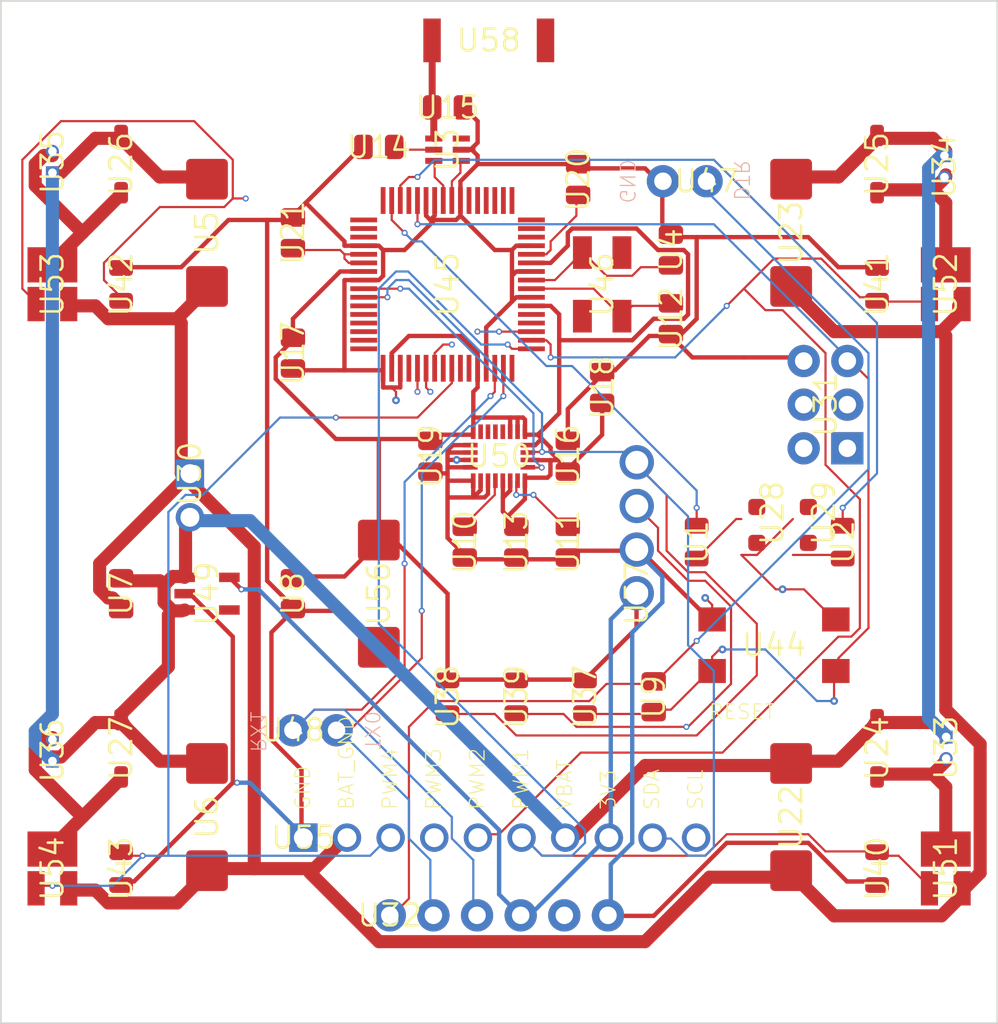
<source format=kicad_pcb>
(kicad_pcb (version 20221018) (generator pcbnew)
  (layers (0 "F.Cu" signal "Top") (1 "In1.Cu" signal "Route2") (2 "In2.Cu" signal "Route15") (31 "B.Cu" signal "Bottom") (34 "B.Paste" user) (35 "F.Paste" user) (36 "B.SilkS" user "B.Silkscreen") (37 "F.SilkS" user "F.Silkscreen") (38 "B.Mask" user) (39 "F.Mask" user) (44 "Edge.Cuts" user))
  (net 0 "")
  (net 1 "3V3")
  (net 2 "GND")
  (net 3 "VBAT")
  (net 4 "BAT_GND")
  (net 5 "Net-(B1-Pad3)")
  (net 6 "Net-(B1-Pad4)")
  (net 7 "Net-(C3-Pad1)")
  (net 8 "Net-(C1-Pad1)")
  (net 9 "Net-(C2-Pad1)")
  (net 10 "/PWM3")
  (net 11 "/PWM2")
  (net 12 "/PWM1")
  (net 13 "/TX0")
  (net 14 "/RX0")
  (net 15 "/PWM4")
  (net 16 "/MISO")
  (net 17 "/MOSI")
  (net 18 "/SCK")
  (net 19 "/SDA")
  (net 20 "/SCL")
  (net 21 "Net-(C4-Pad1)")
  (net 22 "/RESET")
  (net 23 "Net-(D1-PadA)")
  (net 24 "Net-(C18-Pad1)")
  (net 25 "Net-(C19-Pad1)")
  (net 26 "Net-(B1-Pad2)")
  (net 27 "Net-(B1-Pad1)")
  (net 28 "Net-(D2-PadA)")
  (net 29 "Net-(D3-PadA)")
  (net 30 "Net-(D4-PadA)")
  (net 31 "/DTR")
  (net 32 "Net-(D7-Pad1)")
  (net 33 "Net-(D8-Pad2)")
  (net 34 "/LED2")
  (net 35 "/LED1")
  (footprint "quadcopter:BALUN" (layer "F.Cu") (at 145.5011 83.9162 -90)
    (fp_text reference "U3")
    (fp_text value "")
  )
  (footprint "quadcopter:CAPC2012X140_HS" (layer "F.Cu") (at 158.5011 89.7536 90)
    (fp_text reference "U4")
    (fp_text value "")
  )
  (footprint "quadcopter:CAPMP7343X310_HS" (layer "F.Cu") (at 131.5011 88.7536 -90)
    (fp_text reference "U5")
    (fp_text value "")
  )
  (footprint "quadcopter:CAPMP7343X310_HS" (layer "F.Cu") (at 131.5011 122.7536 -90)
    (fp_text reference "U6")
    (fp_text value "")
  )
  (footprint "quadcopter:CAPC2012X140_HS" (layer "F.Cu") (at 126.5011 109.7536 -90)
    (fp_text reference "U7")
    (fp_text value "")
  )
  (footprint "quadcopter:CAPC2012X140_HS" (layer "F.Cu") (at 136.5011 109.7536 -90)
    (fp_text reference "U8")
    (fp_text value "")
  )
  (footprint "quadcopter:CAPC2012X140_HS" (layer "F.Cu") (at 157.5011 115.7536 -90)
    (fp_text reference "U9")
    (fp_text value "")
  )
  (footprint "quadcopter:CAPC2012X140_HS" (layer "F.Cu") (at 146.5011 106.7536 -90)
    (fp_text reference "U10")
    (fp_text value "")
  )
  (footprint "quadcopter:CAPC2012X140_HS" (layer "F.Cu") (at 152.5011 106.7536 -90)
    (fp_text reference "U11")
    (fp_text value "")
  )
  (footprint "quadcopter:CAPC2012X140_HS" (layer "F.Cu") (at 158.5011 93.7536 -90)
    (fp_text reference "U12")
    (fp_text value "")
  )
  (footprint "quadcopter:CAPC2012X140_HS" (layer "F.Cu") (at 149.5011 106.7536 -90)
    (fp_text reference "U13")
    (fp_text value "")
  )
  (footprint "quadcopter:CAPC2012X140_HS" (layer "F.Cu") (at 141.5011 83.7536 180)
    (fp_text reference "U14")
    (fp_text value "")
  )
  (footprint "quadcopter:CAPC2012X140_HS" (layer "F.Cu") (at 145.5011 81.4536)
    (fp_text reference "U15")
    (fp_text value "")
  )
  (footprint "quadcopter:CAPC2012X140_HS" (layer "F.Cu") (at 152.5011 101.7536 90)
    (fp_text reference "U16")
    (fp_text value "")
  )
  (footprint "quadcopter:CAPC2012X140_HS" (layer "F.Cu") (at 136.5011 95.7536 -90)
    (fp_text reference "U17")
    (fp_text value "")
  )
  (footprint "quadcopter:CAPC2012X140_HS" (layer "F.Cu") (at 154.5011 97.7536 90)
    (fp_text reference "U18")
    (fp_text value "")
  )
  (footprint "quadcopter:CAPC2012X140_HS" (layer "F.Cu") (at 144.5011 101.7536 -90)
    (fp_text reference "U19")
    (fp_text value "")
  )
  (footprint "quadcopter:CAPC2012X140_HS" (layer "F.Cu") (at 153.1011 85.6536 90)
    (fp_text reference "U20")
    (fp_text value "")
  )
  (footprint "quadcopter:CAPC2012X140_HS" (layer "F.Cu") (at 136.5011 88.7536 90)
    (fp_text reference "U21")
    (fp_text value "")
  )
  (footprint "quadcopter:CAPMP7343X310_HS" (layer "F.Cu") (at 165.5011 122.7536 -90)
    (fp_text reference "U22")
    (fp_text value "")
  )
  (footprint "quadcopter:CAPMP7343X310_HS" (layer "F.Cu") (at 165.5011 88.7536 -90)
    (fp_text reference "U23")
    (fp_text value "")
  )
  (footprint "quadcopter:SOD3716X135_HS" (layer "F.Cu") (at 170.5011 118.7536 -90)
    (fp_text reference "U24")
    (fp_text value "")
  )
  (footprint "quadcopter:SOD3716X135_HS" (layer "F.Cu") (at 170.5011 84.7536 -90)
    (fp_text reference "U25")
    (fp_text value "")
  )
  (footprint "quadcopter:SOD3716X135_HS" (layer "F.Cu") (at 126.5011 84.7536 -90)
    (fp_text reference "U26")
    (fp_text value "")
  )
  (footprint "quadcopter:SOD3716X135_HS" (layer "F.Cu") (at 126.5011 118.7536 -90)
    (fp_text reference "U27")
    (fp_text value "")
  )
  (footprint "quadcopter:LEDSC125X200X120-2_HS" (layer "F.Cu") (at 163.5011 105.7536 -90)
    (fp_text reference "U28")
    (fp_text value "")
  )
  (footprint "quadcopter:LEDSC125X200X120-2_HS" (layer "F.Cu") (at 166.5011 105.7536 -90)
    (fp_text reference "U29")
    (fp_text value "")
  )
  (footprint "quadcopter:MALE_HEADER_2X1_0.1IN" (layer "F.Cu") (at 130.5052 104.0384 -90)
    (fp_text reference "U30")
    (fp_text value "")
  )
  (footprint "quadcopter:2X3-NS" (layer "F.Cu") (at 167.5011 98.7536 90)
    (fp_text reference "U31")
    (fp_text value "")
  )
  (footprint "quadcopter:FTDI_BASIC" (layer "F.Cu") (at 148.4884 128.4732)
    (fp_text reference "U32")
    (fp_text value "")
  )
  (footprint "quadcopter:MOLEX-0530470210" (layer "F.Cu") (at 175.1584 118.7196 90)
    (fp_text reference "U33")
    (fp_text value "")
  )
  (footprint "quadcopter:MOLEX-0530470210" (layer "F.Cu") (at 175.0568 84.8868 90)
    (fp_text reference "U34")
    (fp_text value "")
  )
  (footprint "quadcopter:MOLEX-0530470210" (layer "F.Cu") (at 121.8692 84.6328 -90)
    (fp_text reference "U35")
    (fp_text value "")
  )
  (footprint "quadcopter:MOLEX-0530470210" (layer "F.Cu") (at 121.8692 118.872 -90)
    (fp_text reference "U36")
    (fp_text value "")
  )
  (footprint "quadcopter:RESC2012X60_HS" (layer "F.Cu") (at 153.5011 115.7536 90)
    (fp_text reference "U37")
    (fp_text value "")
  )
  (footprint "quadcopter:RESC2012X60_HS" (layer "F.Cu") (at 145.5011 115.7536 90)
    (fp_text reference "U38")
    (fp_text value "")
  )
  (footprint "quadcopter:RESC2012X60_HS" (layer "F.Cu") (at 149.5011 115.7536 90)
    (fp_text reference "U39")
    (fp_text value "")
  )
  (footprint "quadcopter:RESC2012X60_HS" (layer "F.Cu") (at 170.5011 125.7536 -90)
    (fp_text reference "U40")
    (fp_text value "")
  )
  (footprint "quadcopter:RESC2012X60_HS" (layer "F.Cu") (at 170.5011 91.7536 90)
    (fp_text reference "U41")
    (fp_text value "")
  )
  (footprint "quadcopter:RESC2012X60_HS" (layer "F.Cu") (at 126.5011 91.7536 90)
    (fp_text reference "U42")
    (fp_text value "")
  )
  (footprint "quadcopter:RESC2012X60_HS" (layer "F.Cu") (at 126.5011 125.7536 -90)
    (fp_text reference "U43")
    (fp_text value "")
  )
  (footprint "quadcopter:4.5MM_TACTILE_SWITCH_TL3305AF160QG" (layer "F.Cu") (at 164.5011 112.7536 180)
    (fp_text reference "U44")
    (fp_text value "")
  )
  (footprint "quadcopter:QFN-64" (layer "F.Cu") (at 145.5011 91.7536 -90)
    (fp_text reference "U45")
    (fp_text value "")
  )
  (footprint "quadcopter:CRYSTAL-SMD-5X3" (layer "F.Cu") (at 154.5011 91.7536 -90)
    (fp_text reference "U46")
    (fp_text value "")
  )
  (footprint "quadcopter:RESC2012X60_HS" (layer "F.Cu") (at 160.0011 106.7536 90)
    (fp_text reference "U1")
    (fp_text value "")
  )
  (footprint "quadcopter:RESC2012X60_HS" (layer "F.Cu") (at 168.5011 106.7536 90)
    (fp_text reference "U2")
    (fp_text value "")
  )
  (footprint "quadcopter:SOT23-DBV" (layer "F.Cu") (at 131.5011 109.7536 -90)
    (fp_text reference "U49")
    (fp_text value "")
  )
  (footprint "quadcopter:NEW_IMU_MEDIUM" (layer "F.Cu") (at 148.5011 101.7536 180)
    (fp_text reference "U50")
    (fp_text value "")
  )
  (footprint "quadcopter:N_FET_SI2302CDS-T1-E3CT-ND" (layer "F.Cu") (at 174.5011 125.7536 90)
    (fp_text reference "U51")
    (fp_text value "")
  )
  (footprint "quadcopter:N_FET_SI2302CDS-T1-E3CT-ND" (layer "F.Cu") (at 174.5011 91.7536 90)
    (fp_text reference "U52")
    (fp_text value "")
  )
  (footprint "quadcopter:N_FET_SI2302CDS-T1-E3CT-ND" (layer "F.Cu") (at 122.5011 91.7536 90)
    (fp_text reference "U53")
    (fp_text value "")
  )
  (footprint "quadcopter:N_FET_SI2302CDS-T1-E3CT-ND" (layer "F.Cu") (at 122.5011 125.7536 90)
    (fp_text reference "U54")
    (fp_text value "")
  )
  (footprint "quadcopter:HDRV10W63P254_10X1_2540X254H838_HS" (layer "F.Cu") (at 148.5392 123.952)
    (fp_text reference "U55")
    (fp_text value "")
  )
  (footprint "quadcopter:CAPMP7343X310_HS" (layer "F.Cu") (at 141.5011 109.7536 -90)
    (fp_text reference "U56")
    (fp_text value "")
  )
  (footprint "quadcopter:HDRVR4W80P254_1X4_1066X254X850B" (layer "F.Cu") (at 156.5148 105.918 90)
    (fp_text reference "U57")
    (fp_text value "")
  )
  (footprint "quadcopter:ANT-2.4GHZ-6.5X2.2MM" (layer "F.Cu") (at 147.9011 77.5536)
    (fp_text reference "U58")
    (fp_text value "")
  )
  (footprint "quadcopter:FTDI_BASIC_2PIN_2" (layer "B.Cu") (at 159.3088 85.7504 180)
    (fp_text reference "U47")
    (fp_text value "")
  )
  (footprint "quadcopter:FTDI_BASIC_2PIN_1" (layer "B.Cu") (at 137.7696 117.7036)
    (fp_text reference "U48")
    (fp_text value "")
  )
  (gr_line (start 177.5011 134.7536) (end 119.5011 134.7536) (stroke (width 0.1)) (layer "Edge.Cuts"))
  (gr_line (start 177.5011 75.2536) (end 177.5011 134.7536) (stroke (width 0.1)) (layer "Edge.Cuts"))
  (gr_line (start 119.5011 134.7536) (end 119.5011 75.2536) (stroke (width 0.1)) (layer "Edge.Cuts"))
  (gr_line (start 119.5011 75.2536) (end 177.5011 75.2536) (stroke (width 0.1)) (layer "Edge.Cuts"))
  (gr_text "RX1" (at 134.4511 117.7536 -90) (layer "B.SilkS") (effects (font (size 0.855 0.855) (thickness 0.072)) (justify mirror)))
  (gr_text "TX0" (at 141.1011 117.7036 -90) (layer "B.SilkS") (effects (font (size 0.855 0.855) (thickness 0.072)) (justify mirror)))
  (gr_text "GND" (at 155.9511 85.7536 -90) (layer "B.SilkS") (effects (font (size 0.855 0.855) (thickness 0.072)) (justify mirror)))
  (gr_text "DTR" (at 162.6011 85.7036 -90) (layer "B.SilkS") (effects (font (size 0.855 0.855) (thickness 0.072)) (justify mirror)))
  (gr_text "PWM3" (at 144.6911 122.3996 90) (layer "F.SilkS") (effects (font (size 0.855 0.855) (thickness 0.072)) (justify left)))
  (gr_text "PWM4" (at 142.1511 122.3996 90) (layer "F.SilkS") (effects (font (size 0.855 0.855) (thickness 0.072)) (justify left)))
  (gr_text "3V3" (at 154.8511 122.3996 90) (layer "F.SilkS") (effects (font (size 0.855 0.855) (thickness 0.072)) (justify left)))
  (gr_text "GND" (at 137.0711 122.3996 90) (layer "F.SilkS") (effects (font (size 0.855 0.855) (thickness 0.072)) (justify left)))
  (gr_text "BAT_GND" (at 139.6111 122.3996 90) (layer "F.SilkS") (effects (font (size 0.855 0.855) (thickness 0.072)) (justify left)))
  (gr_text "PWM2" (at 147.2311 122.3996 90) (layer "F.SilkS") (effects (font (size 0.855 0.855) (thickness 0.072)) (justify left)))
  (gr_text "PWM1" (at 149.7711 122.3996 90) (layer "F.SilkS") (effects (font (size 0.855 0.855) (thickness 0.072)) (justify left)))
  (gr_text "SCL" (at 159.9311 122.3836 90) (layer "F.SilkS") (effects (font (size 0.855 0.855) (thickness 0.072)) (justify left)))
  (gr_text "VBAT" (at 152.3111 122.3996 90) (layer "F.SilkS") (effects (font (size 0.855 0.855) (thickness 0.072)) (justify left)))
  (gr_text "SDA" (at 157.3911 122.3996 90) (layer "F.SilkS") (effects (font (size 0.855 0.855) (thickness 0.072)) (justify left)))
  (gr_text "RESET" (at 164.6261 116.1286) (layer "F.SilkS") (effects (font (size 0.855 0.855) (thickness 0.072)) (justify right top)))
  (segment (start 148.7211 104.9736) (end 148.7211 104.1752) (width 0.254) (layer "F.Cu") (net 1))
  (segment (start 149.5011 105.7536) (end 149.0011 105.2536) (width 0.254) (layer "F.Cu") (net 1))
  (segment (start 150.0011 103.2536) (end 150.0061 103.1786) (width 0.254) (layer "F.Cu") (net 1))
  (segment (start 150.7511 100.5036) (end 150.0011 100.5036) (width 0.254) (layer "F.Cu") (net 1))
  (segment (start 148.7211 104.1752) (end 148.7211 103.189315) (width 0.254) (layer "F.Cu") (net 1))
  (segment (start 151.5011 101.2536) (end 150.9811 100.7336) (width 0.254) (layer "F.Cu") (net 1))
  (segment (start 149.0011 105.2536) (end 150.0011 104.2536) (width 0.254) (layer "F.Cu") (net 1))
  (segment (start 152.5011 102.5036) (end 151.9361 101.9386) (width 0.254) (layer "F.Cu") (net 1))
  (segment (start 150.0011 100.5036) (end 150.0061 100.3286) (width 0.254) (layer "F.Cu") (net 1))
  (segment (start 154.5011 100.5036) (end 154.5011 98.6486) (width 0.254) (layer "F.Cu") (net 1))
  (segment (start 152.5011 102.5036) (end 152.5011 102.6486) (width 0.254) (layer "F.Cu") (net 1))
  (segment (start 150.9811 100.7336) (end 150.7511 100.5036) (width 0.254) (layer "F.Cu") (net 1))
  (segment (start 151.5011 93.0036) (end 150.3821 93.0036) (width 0.254) (layer "F.Cu") (net 1))
  (segment (start 150.0011 104.2536) (end 150.0011 103.2536) (width 0.254) (layer "F.Cu") (net 1))
  (segment (start 152.0011 93.5036) (end 151.5011 93.0036) (width 0.254) (layer "F.Cu") (net 1))
  (segment (start 152.0011 99.2536) (end 152.0011 95.0036) (width 0.254) (layer "F.Cu") (net 1))
  (segment (start 152.0011 95.0036) (end 152.0011 93.5036) (width 0.254) (layer "F.Cu") (net 1))
  (segment (start 149.0011 105.2536) (end 148.7211 104.9736) (width 0.254) (layer "F.Cu") (net 1))
  (segment (start 150.7511 100.5036) (end 152.0011 99.2536) (width 0.254) (layer "F.Cu") (net 1))
  (segment (start 149.5011 105.7536) (end 149.5011 105.8586) (width 0.254) (layer "F.Cu") (net 1))
  (segment (start 148.7211 103.189315) (end 148.7161 103.1786) (width 0.254) (layer "F.Cu") (net 1))
  (segment (start 151.5011 101.5036) (end 151.5011 101.2536) (width 0.254) (layer "F.Cu") (net 1))
  (segment (start 133.5011 109.5036) (end 132.8011 108.8036) (width 0.254) (layer "F.Cu") (net 1))
  (segment (start 151.9361 101.9386) (end 151.5011 101.5036) (width 0.254) (layer "F.Cu") (net 1))
  (segment (start 152.5011 102.5036) (end 154.5011 100.5036) (width 0.254) (layer "F.Cu") (net 1))
  (segment (start 157.5011 93.7536) (end 159.2511 93.7536) (width 0.254) (layer "F.Cu") (net 1))
  (segment (start 149.5011 114.7536) (end 149.5011 114.7986) (width 0.254) (layer "F.Cu") (net 1))
  (segment (start 156.5011 88.5036) (end 152.7511 88.5036) (width 0.254) (layer "F.Cu") (net 1))
  (segment (start 156.5011 111.7536) (end 156.5011 109.7536) (width 0.254) (layer "F.Cu") (net 1))
  (segment (start 144.7511 100.5036) (end 147.0011 100.5036) (width 0.254) (layer "F.Cu") (net 1))
  (segment (start 144.5011 100.7536) (end 144.7511 100.5036) (width 0.254) (layer "F.Cu") (net 1))
  (segment (start 159.5011 90.0036) (end 159.2511 89.7536) (width 0.254) (layer "F.Cu") (net 1))
  (segment (start 140.6201 91.0036) (end 139.2511 91.0036) (width 0.254) (layer "F.Cu") (net 1))
  (segment (start 147.2511 95.7536) (end 146.2511 94.7536) (width 0.254) (layer "F.Cu") (net 1))
  (segment (start 152.0011 95.0036) (end 156.2511 95.0036) (width 0.254) (layer "F.Cu") (net 1))
  (segment (start 147.2511 96.6346) (end 147.2511 95.7536) (width 0.254) (layer "F.Cu") (net 1))
  (segment (start 147.0011 98.0036) (end 147.0011 99.5036) (width 0.254) (layer "F.Cu") (net 1))
  (segment (start 135.5011 96.0036) (end 136.5011 95.0036) (width 0.254) (layer "F.Cu") (net 1))
  (segment (start 135.5011 97.2536) (end 135.5011 96.0036) (width 0.254) (layer "F.Cu") (net 1))
  (segment (start 141.5011 100.7536) (end 141.5011 106.6336) (width 0.254) (layer "F.Cu") (net 1))
  (segment (start 159.5011 93.5036) (end 159.5011 90.0036) (width 0.254) (layer "F.Cu") (net 1))
  (segment (start 147.0011 100.5036) (end 146.9961 100.3286) (width 0.254) (layer "F.Cu") (net 1))
  (segment (start 147.0011 99.5036) (end 147.0011 100.2536) (width 0.254) (layer "F.Cu") (net 1))
  (segment (start 141.5011 106.7536) (end 141.5011 106.6336) (width 0.254) (layer "F.Cu") (net 1))
  (segment (start 141.5011 106.7536) (end 139.5011 108.7536) (width 0.254) (layer "F.Cu") (net 1))
  (segment (start 156.2511 95.0036) (end 157.5011 93.7536) (width 0.254) (layer "F.Cu") (net 1))
  (segment (start 150.0061 103.1786) (end 150.0011 103.0036) (width 0.254) (layer "F.Cu") (net 1))
  (segment (start 149.5011 114.7536) (end 145.5011 114.7536) (width 0.254) (layer "F.Cu") (net 1))
  (segment (start 139.0011 100.7536) (end 135.5011 97.2536) (width 0.254) (layer "F.Cu") (net 1))
  (segment (start 145.5011 109.7536) (end 145.5011 114.7536) (width 0.254) (layer "F.Cu") (net 1))
  (segment (start 144.5011 100.7536) (end 141.5011 100.7536) (width 0.254) (layer "F.Cu") (net 1))
  (segment (start 149.8911 99.5036) (end 150.0111 99.6236) (width 0.254) (layer "F.Cu") (net 1))
  (segment (start 150.0111 99.6236) (end 150.0111 100.2436) (width 0.254) (layer "F.Cu") (net 1))
  (segment (start 150.0111 100.2436) (end 150.0011 100.2536) (width 0.254) (layer "F.Cu") (net 1))
  (segment (start 150.0011 100.2536) (end 150.0061 100.3286) (width 0.254) (layer "F.Cu") (net 1))
  (segment (start 151.5011 90.5036) (end 150.3821 90.5036) (width 0.254) (layer "F.Cu") (net 1))
  (segment (start 142.2511 95.7536) (end 142.2511 96.6346) (width 0.254) (layer "F.Cu") (net 1))
  (segment (start 147.2511 97.7536) (end 147.0011 98.0036) (width 0.254) (layer "F.Cu") (net 1))
  (segment (start 147.0011 99.5036) (end 149.1611 99.5036) (width 0.254) (layer "F.Cu") (net 1))
  (segment (start 149.1611 99.5036) (end 149.6111 99.5036) (width 0.254) (layer "F.Cu") (net 1))
  (segment (start 153.5011 114.7536) (end 153.5011 114.7986) (width 0.254) (layer "F.Cu") (net 1))
  (segment (start 145.5011 114.7536) (end 145.5011 114.7986) (width 0.254) (layer "F.Cu") (net 1))
  (segment (start 152.5011 88.7536) (end 152.5011 89.5036) (width 0.254) (layer "F.Cu") (net 1))
  (segment (start 136.5011 93.7536) (end 136.5011 94.8586) (width 0.254) (layer "F.Cu") (net 1))
  (segment (start 146.2511 94.7536) (end 143.2511 94.7536) (width 0.254) (layer "F.Cu") (net 1))
  (segment (start 157.7511 89.7536) (end 156.5011 88.5036) (width 0.254) (layer "F.Cu") (net 1))
  (segment (start 153.5011 114.7536) (end 156.5011 111.7536) (width 0.254) (layer "F.Cu") (net 1))
  (segment (start 147.0011 100.2536) (end 146.9961 100.3286) (width 0.254) (layer "F.Cu") (net 1))
  (segment (start 142.5011 106.7536) (end 145.5011 109.7536) (width 0.254) (layer "F.Cu") (net 1))
  (segment (start 149.5761 100.3286) (end 149.5761 99.5386) (width 0.254) (layer "F.Cu") (net 1))
  (segment (start 139.5011 108.7536) (end 136.5011 108.7536) (width 0.254) (layer "F.Cu") (net 1))
  (segment (start 141.5011 106.7536) (end 142.5011 106.7536) (width 0.254) (layer "F.Cu") (net 1))
  (segment (start 136.5011 108.7536) (end 136.5011 108.8586) (width 0.254) (layer "F.Cu") (net 1))
  (segment (start 159.2511 93.7536) (end 159.5011 93.5036) (width 0.254) (layer "F.Cu") (net 1))
  (segment (start 139.2511 91.0036) (end 136.5011 93.7536) (width 0.254) (layer "F.Cu") (net 1))
  (segment (start 152.5011 89.5036) (end 151.5011 90.5036) (width 0.254) (layer "F.Cu") (net 1))
  (segment (start 143.2511 94.7536) (end 142.2511 95.7536) (width 0.254) (layer "F.Cu") (net 1))
  (segment (start 147.2511 96.6346) (end 147.2511 97.7536) (width 0.254) (layer "F.Cu") (net 1))
  (segment (start 149.6111 99.5036) (end 149.8911 99.5036) (width 0.254) (layer "F.Cu") (net 1))
  (segment (start 136.5011 95.0036) (end 136.5011 94.8586) (width 0.254) (layer "F.Cu") (net 1))
  (segment (start 141.5011 100.7536) (end 139.0011 100.7536) (width 0.254) (layer "F.Cu") (net 1))
  (segment (start 144.5011 100.7536) (end 144.5011 100.8586) (width 0.254) (layer "F.Cu") (net 1))
  (segment (start 152.7511 88.5036) (end 152.5011 88.7536) (width 0.254) (layer "F.Cu") (net 1))
  (segment (start 149.5011 114.7536) (end 153.5011 114.7536) (width 0.254) (layer "F.Cu") (net 1))
  (segment (start 159.2511 89.7536) (end 157.7511 89.7536) (width 0.254) (layer "F.Cu") (net 1))
  (segment (start 149.1461 100.3286) (end 149.1461 99.5186) (width 0.254) (layer "F.Cu") (net 1))
  (segment (start 150.1761 101.1086) (end 150.6061 101.1086) (width 0.254) (layer "F.Cu") (net 1))
  (segment (start 150.1761 101.9686) (end 150.785862 101.9686) (width 0.254) (layer "F.Cu") (net 1))
  (segment (start 150.785862 101.9686) (end 150.801862 101.9846) (width 0.254) (layer "F.Cu") (net 1))
  (segment (start 149.1461 103.1786) (end 149.1461 103.7502) (width 0.254) (layer "F.Cu") (net 1))
  (segment (start 149.1461 99.5186) (end 149.1611 99.5036) (width 0.254) (layer "F.Cu") (net 1))
  (segment (start 150.801862 101.9846) (end 151.4911 101.9846) (width 0.254) (layer "F.Cu") (net 1))
  (segment (start 151.4911 101.9846) (end 151.8901 101.9846) (width 0.254) (layer "F.Cu") (net 1))
  (segment (start 151.4911 102.8336) (end 151.4911 101.9846) (width 0.254) (layer "F.Cu") (net 1))
  (segment (start 150.6061 101.1086) (end 150.9811 100.7336) (width 0.254) (layer "F.Cu") (net 1))
  (segment (start 150.0011 103.0036) (end 151.3211 103.0036) (width 0.254) (layer "F.Cu") (net 1))
  (segment (start 149.5761 99.5386) (end 149.6111 99.5036) (width 0.254) (layer "F.Cu") (net 1))
  (segment (start 151.3211 103.0036) (end 151.4911 102.8336) (width 0.254) (layer "F.Cu") (net 1))
  (segment (start 149.1461 103.7502) (end 148.7211 104.1752) (width 0.254) (layer "F.Cu") (net 1))
  (segment (start 151.8901 101.9846) (end 151.9361 101.9386) (width 0.254) (layer "F.Cu") (net 1))
  (via (at 133.5011 109.5036) (size 0.3524) (drill 0.2) (layers "F.Cu" "B.Cu") (net 1))
  (segment (start 154.7511 124.0036) (end 154.8511 123.9236) (width 0.254) (layer "B.Cu") (net 1))
  (segment (start 149.7511 128.5036) (end 148.5011 127.2536) (width 0.254) (layer "B.Cu") (net 1))
  (segment (start 150.0011 128.7536) (end 154.7511 124.0036) (width 0.254) (layer "B.Cu") (net 1))
  (segment (start 148.5011 127.2536) (end 148.5011 123.5036) (width 0.254) (layer "B.Cu") (net 1))
  (segment (start 150.0011 128.7536) (end 149.7711 128.5336) (width 0.254) (layer "B.Cu") (net 1))
  (segment (start 149.7511 128.5036) (end 149.7711 128.5336) (width 0.254) (layer "B.Cu") (net 1))
  (segment (start 134.5011 109.5036) (end 133.5011 109.5036) (width 0.254) (layer "B.Cu") (net 1))
  (segment (start 148.5011 123.5036) (end 134.5011 109.5036) (width 0.254) (layer "B.Cu") (net 1))
  (segment (start 156.5011 109.7536) (end 155.0011 111.2536) (width 0.254) (layer "B.Cu") (net 1))
  (segment (start 155.0011 123.7536) (end 154.8511 123.9236) (width 0.254) (layer "B.Cu") (net 1))
  (segment (start 155.0011 111.2536) (end 155.0011 123.7536) (width 0.254) (layer "B.Cu") (net 1))
  (segment (start 170.5011 126.5036) (end 170.5011 126.7086) (width 0.254) (layer "F.Cu") (net 2))
  (segment (start 168.7511 126.5036) (end 170.5011 126.5036) (width 0.254) (layer "F.Cu") (net 2))
  (segment (start 149.5011 107.7536) (end 146.5011 107.7536) (width 0.254) (layer "F.Cu") (net 2))
  (segment (start 149.5011 107.7536) (end 152.5011 107.7536) (width 0.254) (layer "F.Cu") (net 2))
  (segment (start 149.5011 107.7536) (end 149.5011 107.6486) (width 0.254) (layer "F.Cu") (net 2))
  (segment (start 157.5011 128.5036) (end 161.7511 124.2536) (width 0.254) (layer "F.Cu") (net 2))
  (segment (start 166.5011 124.2536) (end 168.7511 126.5036) (width 0.254) (layer "F.Cu") (net 2))
  (segment (start 168.0011 111.2536) (end 168.1011 111.2536) (width 0.254) (layer "F.Cu") (net 2))
  (segment (start 144.5011 102.7536) (end 144.5011 102.6486) (width 0.254) (layer "F.Cu") (net 2))
  (segment (start 152.5011 107.7536) (end 152.5011 107.6486) (width 0.254) (layer "F.Cu") (net 2))
  (segment (start 145.5011 106.5036) (end 145.5011 104.1536) (width 0.254) (layer "F.Cu") (net 2))
  (segment (start 146.5011 107.7536) (end 146.5011 107.6486) (width 0.254) (layer "F.Cu") (net 2))
  (segment (start 161.7511 124.2536) (end 166.5011 124.2536) (width 0.254) (layer "F.Cu") (net 2))
  (segment (start 145.5011 102.7536) (end 144.5011 102.7536) (width 0.254) (layer "F.Cu") (net 2))
  (segment (start 155.0011 128.5036) (end 154.8511 128.5336) (width 0.254) (layer "F.Cu") (net 2))
  (segment (start 155.0011 128.5036) (end 157.5011 128.5036) (width 0.254) (layer "F.Cu") (net 2))
  (segment (start 137.0011 123.7536) (end 137.0711 123.9236) (width 0.254) (layer "F.Cu") (net 2))
  (segment (start 154.5011 97.0036) (end 152.5011 99.0036) (width 0.254) (layer "F.Cu") (net 2))
  (segment (start 146.5011 107.5036) (end 145.5011 106.5036) (width 0.254) (layer "F.Cu") (net 2))
  (segment (start 170.5011 90.7536) (end 170.5011 90.7986) (width 0.254) (layer "F.Cu") (net 2))
  (segment (start 157.0011 85.0036) (end 153.2511 85.0036) (width 0.254) (layer "F.Cu") (net 2))
  (segment (start 158.0011 85.7536) (end 157.9611 85.7536) (width 0.254) (layer "F.Cu") (net 2))
  (segment (start 158.5011 94.7536) (end 158.5011 94.6486) (width 0.254) (layer "F.Cu") (net 2))
  (segment (start 127.2511 126.5036) (end 133.0011 120.7536) (width 0.254) (layer "F.Cu") (net 2))
  (segment (start 157.2511 94.7536) (end 158.5011 94.7536) (width 0.254) (layer "F.Cu") (net 2))
  (segment (start 152.5011 99.0036) (end 152.5011 100.8586) (width 0.254) (layer "F.Cu") (net 2))
  (segment (start 152.5011 107.5036) (end 152.5011 107.6486) (width 0.254) (layer "F.Cu") (net 2))
  (segment (start 156.5011 107.0036) (end 156.5011 107.2136) (width 0.254) (layer "F.Cu") (net 2))
  (segment (start 157.7511 85.7536) (end 157.9611 85.7536) (width 0.254) (layer "F.Cu") (net 2))
  (segment (start 168.2511 90.7536) (end 170.5011 90.7536) (width 0.254) (layer "F.Cu") (net 2))
  (segment (start 155.2511 96.7536) (end 157.2511 94.7536) (width 0.254) (layer "F.Cu") (net 2))
  (segment (start 158.0011 88.2536) (end 158.0011 85.7536) (width 0.254) (layer "F.Cu") (net 2))
  (segment (start 158.5011 88.7536) (end 158.0011 88.2536) (width 0.254) (layer "F.Cu") (net 2))
  (segment (start 160.0011 93.7536) (end 158.7511 95.0036) (width 0.254) (layer "F.Cu") (net 2))
  (segment (start 162.7511 96.0036) (end 166.0011 96.0036) (width 0.254) (layer "F.Cu") (net 2))
  (segment (start 152.5011 107.5036) (end 152.7511 107.2536) (width 0.254) (layer "F.Cu") (net 2))
  (segment (start 154.5011 97.0036) (end 154.5011 96.8586) (width 0.254) (layer "F.Cu") (net 2))
  (segment (start 158.5011 88.7536) (end 158.5011 88.8586) (width 0.254) (layer "F.Cu") (net 2))
  (segment (start 157.7511 85.7536) (end 157.0011 85.0036) (width 0.254) (layer "F.Cu") (net 2))
  (segment (start 160.0011 89.0036) (end 160.0011 93.7536) (width 0.254) (layer "F.Cu") (net 2))
  (segment (start 126.5011 126.5036) (end 127.2511 126.5036) (width 0.254) (layer "F.Cu") (net 2))
  (segment (start 141.5011 112.7536) (end 139.5011 110.7536) (width 0.254) (layer "F.Cu") (net 2))
  (segment (start 146.5011 107.5036) (end 146.5011 107.6486) (width 0.254) (layer "F.Cu") (net 2))
  (segment (start 126.5011 126.5036) (end 126.5011 126.7086) (width 0.254) (layer "F.Cu") (net 2))
  (segment (start 137.0011 120.0036) (end 137.0011 123.7536) (width 0.254) (layer "F.Cu") (net 2))
  (segment (start 135.2511 112.0036) (end 135.2511 118.2536) (width 0.254) (layer "F.Cu") (net 2))
  (segment (start 136.5011 110.7536) (end 136.5011 110.6486) (width 0.254) (layer "F.Cu") (net 2))
  (segment (start 154.5011 96.7536) (end 155.2511 96.7536) (width 0.254) (layer "F.Cu") (net 2))
  (segment (start 158.7511 95.0036) (end 158.5011 94.6486) (width 0.254) (layer "F.Cu") (net 2))
  (segment (start 145.5011 103.1336) (end 145.5011 102.7536) (width 0.254) (layer "F.Cu") (net 2))
  (segment (start 156.5011 107.2536) (end 156.5011 107.2136) (width 0.254) (layer "F.Cu") (net 2))
  (segment (start 156.5011 107.0036) (end 160.7511 111.2536) (width 0.254) (layer "F.Cu") (net 2))
  (segment (start 160.7511 111.2536) (end 160.9011 111.2536) (width 0.254) (layer "F.Cu") (net 2))
  (segment (start 158.7511 95.0036) (end 159.7511 96.0036) (width 0.254) (layer "F.Cu") (net 2))
  (segment (start 158.5011 89.0036) (end 160.0011 89.0036) (width 0.254) (layer "F.Cu") (net 2))
  (segment (start 141.5011 112.7536) (end 141.5011 112.8736) (width 0.254) (layer "F.Cu") (net 2))
  (segment (start 166.5011 89.0036) (end 168.2511 90.7536) (width 0.254) (layer "F.Cu") (net 2))
  (segment (start 133.0011 120.7536) (end 133.0011 112.2536) (width 0.254) (layer "F.Cu") (net 2))
  (segment (start 133.0011 112.2536) (end 130.5011 109.7536) (width 0.254) (layer "F.Cu") (net 2))
  (segment (start 145.5011 104.1536) (end 145.5011 103.1336) (width 0.254) (layer "F.Cu") (net 2))
  (segment (start 152.7511 107.2536) (end 156.5011 107.2536) (width 0.254) (layer "F.Cu") (net 2))
  (segment (start 154.5011 96.7536) (end 154.5011 96.8586) (width 0.254) (layer "F.Cu") (net 2))
  (segment (start 158.5011 94.7536) (end 158.7511 95.0036) (width 0.254) (layer "F.Cu") (net 2))
  (segment (start 166.0011 96.0036) (end 166.2311 96.2136) (width 0.254) (layer "F.Cu") (net 2))
  (segment (start 139.5011 110.7536) (end 136.5011 110.7536) (width 0.254) (layer "F.Cu") (net 2))
  (segment (start 160.0011 89.0036) (end 166.5011 89.0036) (width 0.254) (layer "F.Cu") (net 2))
  (segment (start 158.5011 89.0036) (end 158.5011 88.8586) (width 0.254) (layer "F.Cu") (net 2))
  (segment (start 159.7511 96.0036) (end 162.7511 96.0036) (width 0.254) (layer "F.Cu") (net 2))
  (segment (start 130.5011 109.7536) (end 130.2011 109.7536) (width 0.254) (layer "F.Cu") (net 2))
  (segment (start 135.2511 118.2536) (end 137.0011 120.0036) (width 0.254) (layer "F.Cu") (net 2))
  (segment (start 153.2511 85.0036) (end 153.1011 84.7586) (width 0.254) (layer "F.Cu") (net 2))
  (segment (start 136.5011 110.7536) (end 135.2511 112.0036) (width 0.254) (layer "F.Cu") (net 2))
  (segment (start 144.7511 86.8726) (end 144.7511 87.7536) (width 0.254) (layer "F.Cu") (net 2))
  (segment (start 132.7511 88.0036) (end 130.0011 90.7536) (width 0.254) (layer "F.Cu") (net 2))
  (segment (start 146.0011 88.0036) (end 146.2511 87.7536) (width 0.254) (layer "F.Cu") (net 2))
  (segment (start 144.5011 88.0036) (end 144.7511 88.0036) (width 0.254) (layer "F.Cu") (net 2))
  (segment (start 147.0011 84.0036) (end 147.0011 83.7536) (width 0.254) (layer "F.Cu") (net 2))
  (segment (start 147.2511 84.7536) (end 147.2511 84.2536) (width 0.254) (layer "F.Cu") (net 2))
  (segment (start 143.0011 89.7536) (end 141.7511 89.7536) (width 0.254) (layer "F.Cu") (net 2))
  (segment (start 139.5011 96.7536) (end 136.5011 96.7536) (width 0.254) (layer "F.Cu") (net 2))
  (segment (start 141.7511 96.7536) (end 141.7511 96.6346) (width 0.254) (layer "F.Cu") (net 2))
  (segment (start 130.0011 90.7536) (end 126.5011 90.7536) (width 0.254) (layer "F.Cu") (net 2))
  (segment (start 135.0011 88.0036) (end 132.7511 88.0036) (width 0.254) (layer "F.Cu") (net 2))
  (segment (start 147.2511 82.2536) (end 147.2511 83.5036) (width 0.254) (layer "F.Cu") (net 2))
  (segment (start 141.7511 91.2536) (end 141.5011 91.5036) (width 0.254) (layer "F.Cu") (net 2))
  (segment (start 146.5011 81.5036) (end 146.3961 81.4536) (width 0.254) (layer "F.Cu") (net 2))
  (segment (start 137.2511 87.0036) (end 140.5011 83.7536) (width 0.254) (layer "F.Cu") (net 2))
  (segment (start 126.5011 90.7536) (end 126.5011 90.7986) (width 0.254) (layer "F.Cu") (net 2))
  (segment (start 149.2511 91.2536) (end 149.5011 91.0036) (width 0.254) (layer "F.Cu") (net 2))
  (segment (start 144.7511 88.0036) (end 146.0011 88.0036) (width 0.254) (layer "F.Cu") (net 2))
  (segment (start 146.5011 81.5036) (end 147.2511 82.2536) (width 0.254) (layer "F.Cu") (net 2))
  (segment (start 144.7511 88.0036) (end 143.0011 89.7536) (width 0.254) (layer "F.Cu") (net 2))
  (segment (start 147.7511 94.2536) (end 147.7511 96.6346) (width 0.254) (layer "F.Cu") (net 2))
  (segment (start 139.5011 91.5036) (end 139.5011 96.7536) (width 0.254) (layer "F.Cu") (net 2))
  (segment (start 136.5011 88.0036) (end 135.0011 88.0036) (width 0.254) (layer "F.Cu") (net 2))
  (segment (start 140.6201 91.5036) (end 139.5011 91.5036) (width 0.254) (layer "F.Cu") (net 2))
  (segment (start 148.2511 89.7536) (end 149.2511 89.7536) (width 0.254) (layer "F.Cu") (net 2))
  (segment (start 146.2511 87.7536) (end 148.2511 89.7536) (width 0.254) (layer "F.Cu") (net 2))
  (segment (start 139.5011 89.2536) (end 137.2511 87.0036) (width 0.254) (layer "F.Cu") (net 2))
  (segment (start 149.2511 89.7536) (end 149.5011 89.5036) (width 0.254) (layer "F.Cu") (net 2))
  (segment (start 147.2511 84.2536) (end 147.0011 84.0036) (width 0.254) (layer "F.Cu") (net 2))
  (segment (start 149.2511 91.2536) (end 149.2511 89.7536) (width 0.254) (layer "F.Cu") (net 2))
  (segment (start 146.2511 86.8726) (end 146.2511 85.7536) (width 0.254) (layer "F.Cu") (net 2))
  (segment (start 139.5011 89.5036) (end 139.5011 89.2536) (width 0.254) (layer "F.Cu") (net 2))
  (segment (start 140.6201 89.5036) (end 139.5011 89.5036) (width 0.254) (layer "F.Cu") (net 2))
  (segment (start 135.0011 109.0036) (end 136.5011 110.5036) (width 0.254) (layer "F.Cu") (net 2))
  (segment (start 135.0011 88.0036) (end 135.0011 109.0036) (width 0.254) (layer "F.Cu") (net 2))
  (segment (start 146.2511 85.7536) (end 147.2511 84.7536) (width 0.254) (layer "F.Cu") (net 2))
  (segment (start 136.5011 88.0036) (end 136.5011 87.8586) (width 0.254) (layer "F.Cu") (net 2))
  (segment (start 140.5011 83.7536) (end 140.6061 83.7536) (width 0.254) (layer "F.Cu") (net 2))
  (segment (start 149.5011 91.0036) (end 150.3821 91.0036) (width 0.254) (layer "F.Cu") (net 2))
  (segment (start 147.2511 83.5036) (end 147.0211 83.7336) (width 0.254) (layer "F.Cu") (net 2))
  (segment (start 142.7511 97.7536) (end 142.7511 96.6346) (width 0.254) (layer "F.Cu") (net 2))
  (segment (start 149.2511 92.7536) (end 147.7511 94.2536) (width 0.254) (layer "F.Cu") (net 2))
  (segment (start 147.0011 83.7536) (end 146.8311 83.9236) (width 0.254) (layer "F.Cu") (net 2))
  (segment (start 146.8311 83.9236) (end 146.3085 83.9236) (width 0.254) (layer "F.Cu") (net 2))
  (segment (start 141.5011 91.5036) (end 140.6201 91.5036) (width 0.254) (layer "F.Cu") (net 2))
  (segment (start 141.7511 89.7536) (end 141.7511 91.2536) (width 0.254) (layer "F.Cu") (net 2))
  (segment (start 149.5011 89.5036) (end 150.3821 89.5036) (width 0.254) (layer "F.Cu") (net 2))
  (segment (start 136.5011 87.7536) (end 136.5011 87.8586) (width 0.254) (layer "F.Cu") (net 2))
  (segment (start 140.6201 89.5036) (end 141.5011 89.5036) (width 0.254) (layer "F.Cu") (net 2))
  (segment (start 146.3011 83.9162) (end 146.3085 83.9236) (width 0.254) (layer "F.Cu") (net 2))
  (segment (start 136.5011 87.7536) (end 137.2511 87.0036) (width 0.254) (layer "F.Cu") (net 2))
  (segment (start 149.5011 92.5036) (end 149.2511 92.7536) (width 0.254) (layer "F.Cu") (net 2))
  (segment (start 150.3821 92.5036) (end 149.5011 92.5036) (width 0.254) (layer "F.Cu") (net 2))
  (segment (start 149.2511 92.7536) (end 149.2511 91.2536) (width 0.254) (layer "F.Cu") (net 2))
  (segment (start 144.2511 87.7536) (end 144.2511 86.8726) (width 0.254) (layer "F.Cu") (net 2))
  (segment (start 144.7511 87.7536) (end 144.5011 88.0036) (width 0.254) (layer "F.Cu") (net 2))
  (segment (start 146.2511 87.7536) (end 146.2511 86.8726) (width 0.254) (layer "F.Cu") (net 2))
  (segment (start 141.7511 96.7536) (end 139.5011 96.7536) (width 0.254) (layer "F.Cu") (net 2))
  (segment (start 141.5011 89.5036) (end 141.7511 89.7536) (width 0.254) (layer "F.Cu") (net 2))
  (segment (start 141.7511 96.7536) (end 141.7511 97.7536) (width 0.254) (layer "F.Cu") (net 2))
  (segment (start 147.0211 83.7336) (end 147.0011 83.7536) (width 0.254) (layer "F.Cu") (net 2))
  (segment (start 136.5011 96.7536) (end 136.5011 96.6486) (width 0.254) (layer "F.Cu") (net 2))
  (segment (start 144.5011 88.0036) (end 144.2511 87.7536) (width 0.254) (layer "F.Cu") (net 2))
  (segment (start 136.5011 110.5036) (end 136.5011 110.6486) (width 0.254) (layer "F.Cu") (net 2))
  (segment (start 145.5161 101.9686) (end 145.5011 101.9536) (width 0.254) (layer "F.Cu") (net 2))
  (segment (start 146.9961 103.1786) (end 146.9961 104.1486) (width 0.254) (layer "F.Cu") (net 2))
  (segment (start 146.9961 104.1486) (end 147.0011 104.1536) (width 0.254) (layer "F.Cu") (net 2))
  (segment (start 145.5461 103.1786) (end 145.5011 103.1336) (width 0.254) (layer "F.Cu") (net 2))
  (segment (start 147.2511 84.7536) (end 153.0011 84.7536) (width 0.254) (layer "F.Cu") (net 2))
  (segment (start 147.0011 104.1536) (end 145.5011 104.1536) (width 0.254) (layer "F.Cu") (net 2))
  (segment (start 145.8161 101.1086) (end 145.5011 101.4236) (width 0.254) (layer "F.Cu") (net 2))
  (segment (start 145.5011 101.4236) (end 145.5011 101.9536) (width 0.254) (layer "F.Cu") (net 2))
  (segment (start 145.6161 101.5386) (end 145.5011 101.4236) (width 0.254) (layer "F.Cu") (net 2))
  (segment (start 147.4261 103.7286) (end 147.0011 104.1536) (width 0.254) (layer "F.Cu") (net 2))
  (segment (start 145.5011 102.4036) (end 145.5011 102.7536) (width 0.254) (layer "F.Cu") (net 2))
  (segment (start 146.8261 101.5386) (end 145.6161 101.5386) (width 0.254) (layer "F.Cu") (net 2))
  (segment (start 147.4261 103.1786) (end 147.4261 103.7286) (width 0.254) (layer "F.Cu") (net 2))
  (segment (start 147.652082 104.1536) (end 147.0011 104.1536) (width 0.254) (layer "F.Cu") (net 2))
  (segment (start 147.8561 103.1786) (end 147.8561 103.949581) (width 0.254) (layer "F.Cu") (net 2))
  (segment (start 146.8261 102.3986) (end 145.5061 102.3986) (width 0.254) (layer "F.Cu") (net 2))
  (segment (start 153.0011 84.7536) (end 153.1011 84.7586) (width 0.254) (layer "F.Cu") (net 2))
  (segment (start 147.8561 103.949581) (end 147.652082 104.1536) (width 0.254) (layer "F.Cu") (net 2))
  (segment (start 133.2511 120.7536) (end 133.0011 120.7536) (width 0.254) (layer "F.Cu") (net 2))
  (segment (start 146.9961 103.1786) (end 145.5461 103.1786) (width 0.254) (layer "F.Cu") (net 2))
  (segment (start 145.5011 101.9536) (end 145.5011 102.4036) (width 0.254) (layer "F.Cu") (net 2))
  (segment (start 145.5061 102.3986) (end 145.5011 102.4036) (width 0.254) (layer "F.Cu") (net 2))
  (segment (start 146.8261 101.1086) (end 145.8161 101.1086) (width 0.254) (layer "F.Cu") (net 2))
  (segment (start 142.2464 97.7536) (end 142.7511 97.7536) (width 0.254) (layer "F.Cu") (net 2))
  (segment (start 160.5 110) (end 160.9011 110.4011) (width 0.127) (layer "F.Cu") (net 2))
  (segment (start 164.6025 109.5) (end 162.6011 107.4986) (width 0.127) (layer "F.Cu") (net 2))
  (segment (start 141.7511 97.7536) (end 142.2464 97.7536) (width 0.254) (layer "F.Cu") (net 2))
  (segment (start 160.9011 110.4011) (end 160.9011 111.2536) (width 0.127) (layer "F.Cu") (net 2))
  (segment (start 168.0011 111.2536) (end 166.2475 109.5) (width 0.127) (layer "F.Cu") (net 2))
  (segment (start 146.8261 101.9686) (end 146.0314 101.9686) (width 0.254) (layer "F.Cu") (net 2))
  (segment (start 142.5 98.5) (end 142.5 98.0072) (width 0.127) (layer "F.Cu") (net 2))
  (segment (start 165 109.5) (end 164.6025 109.5) (width 0.127) (layer "F.Cu") (net 2))
  (segment (start 166.2475 109.5) (end 165 109.5) (width 0.127) (layer "F.Cu") (net 2))
  (segment (start 146.0314 101.9686) (end 145.5161 101.9686) (width 0.254) (layer "F.Cu") (net 2))
  (segment (start 162.6011 107.4986) (end 163.5111 107.4986) (width 0.127) (layer "F.Cu") (net 2))
  (segment (start 163.5111 107.4986) (end 165.6011 105.4086) (width 0.127) (layer "F.Cu") (net 2))
  (segment (start 142.5 98.0072) (end 142.2464 97.7536) (width 0.127) (layer "F.Cu") (net 2))
  (via (at 133.2511 120.7536) (size 0.3524) (drill 0.2) (layers "F.Cu" "B.Cu") (net 2))
  (via (at 160.5 110) (size 0.45) (drill 0.2) (layers "F.Cu" "B.Cu") (net 2))
  (via (at 142.5 98.5) (size 0.45) (drill 0.2) (layers "F.Cu" "B.Cu") (net 2))
  (via (at 165 109.5) (size 0.45) (drill 0.2) (layers "F.Cu" "B.Cu") (net 2))
  (via (at 146.0314 101.9686) (size 0.45) (drill 0.2) (layers "F.Cu" "B.Cu") (net 2))
  (segment (start 155.0011 128.5036) (end 154.8511 128.5336) (width 0.254) (layer "B.Cu") (net 2))
  (segment (start 155.0011 125.5036) (end 155.0011 128.5036) (width 0.254) (layer "B.Cu") (net 2))
  (segment (start 156.2511 124.2536) (end 155.0011 125.5036) (width 0.254) (layer "B.Cu") (net 2))
  (segment (start 158.0011 108.7536) (end 158.0011 110.2536) (width 0.254) (layer "B.Cu") (net 2))
  (segment (start 156.2511 112.0036) (end 156.2511 124.2536) (width 0.254) (layer "B.Cu") (net 2))
  (segment (start 158.0011 110.2536) (end 156.2511 112.0036) (width 0.254) (layer "B.Cu") (net 2))
  (segment (start 156.5011 107.2536) (end 156.5011 107.2136) (width 0.254) (layer "B.Cu") (net 2))
  (segment (start 156.5011 107.2536) (end 158.0011 108.7536) (width 0.254) (layer "B.Cu") (net 2))
  (segment (start 134.0011 120.7536) (end 133.2511 120.7536) (width 0.254) (layer "B.Cu") (net 2))
  (segment (start 137.0011 123.7536) (end 134.0011 120.7536) (width 0.254) (layer "B.Cu") (net 2))
  (segment (start 137.0011 123.7536) (end 137.0711 123.9236) (width 0.254) (layer "B.Cu") (net 2))
  (segment (start 122.5011 119.2536) (end 123.0011 119.2536) (width 0.762) (layer "F.Cu") (net 3))
  (segment (start 126.5011 83.2536) (end 126.5011 83.0886) (width 0.762) (layer "F.Cu") (net 3))
  (segment (start 126.5011 117.2536) (end 126.5011 117.0886) (width 0.762) (layer "F.Cu") (net 3))
  (segment (start 128.7511 85.5036) (end 131.5011 85.5036) (width 0.762) (layer "F.Cu") (net 3))
  (segment (start 125.0011 117.2536) (end 126.5011 117.2536) (width 0.762) (layer "F.Cu") (net 3))
  (segment (start 126.5011 116.7536) (end 126.5011 117.0886) (width 0.762) (layer "F.Cu") (net 3))
  (segment (start 129.0011 110.2536) (end 129.5011 110.7536) (width 0.762) (layer "F.Cu") (net 3))
  (segment (start 130.5011 105.5036) (end 130.5011 105.2936) (width 0.762) (layer "F.Cu") (net 3))
  (segment (start 126.7511 83.5036) (end 128.7511 85.5036) (width 0.762) (layer "F.Cu") (net 3))
  (segment (start 126.7511 117.5036) (end 128.7511 119.5036) (width 0.762) (layer "F.Cu") (net 3))
  (segment (start 130.2511 108.5036) (end 130.0011 108.7536) (width 0.762) (layer "F.Cu") (net 3))
  (segment (start 174.5011 84.0036) (end 174.5011 84.1286) (width 0.762) (layer "F.Cu") (net 3))
  (segment (start 130.0011 108.7536) (end 130.2011 108.8036) (width 0.762) (layer "F.Cu") (net 3))
  (segment (start 123.0011 85.2536) (end 125.0011 83.2536) (width 0.762) (layer "F.Cu") (net 3))
  (segment (start 122.5011 85.2536) (end 122.5011 85.3786) (width 0.762) (layer "F.Cu") (net 3))
  (segment (start 128.7511 109.0036) (end 126.5011 109.0036) (width 0.762) (layer "F.Cu") (net 3))
  (segment (start 126.5011 116.7536) (end 129.2511 114.0036) (width 0.762) (layer "F.Cu") (net 3))
  (segment (start 173.7511 83.2536) (end 170.5011 83.2536) (width 0.762) (layer "F.Cu") (net 3))
  (segment (start 168.2511 85.5036) (end 165.5011 85.5036) (width 0.762) (layer "F.Cu") (net 3))
  (segment (start 170.2511 83.5036) (end 168.2511 85.5036) (width 0.762) (layer "F.Cu") (net 3))
  (segment (start 165.5011 85.5036) (end 165.5011 85.6336) (width 0.762) (layer "F.Cu") (net 3))
  (segment (start 129.2511 114.0036) (end 129.2511 111.0036) (width 0.762) (layer "F.Cu") (net 3))
  (segment (start 170.2511 83.5036) (end 170.5011 83.0886) (width 0.762) (layer "F.Cu") (net 3))
  (segment (start 131.5011 85.5036) (end 131.5011 85.6336) (width 0.762) (layer "F.Cu") (net 3))
  (segment (start 126.5011 109.0036) (end 126.5011 108.8586) (width 0.762) (layer "F.Cu") (net 3))
  (segment (start 130.5011 105.5036) (end 130.2511 105.7536) (width 0.762) (layer "F.Cu") (net 3))
  (segment (start 128.7511 119.5036) (end 131.5011 119.5036) (width 0.762) (layer "F.Cu") (net 3))
  (segment (start 129.2511 111.0036) (end 129.5011 110.7536) (width 0.762) (layer "F.Cu") (net 3))
  (segment (start 122.5011 119.2536) (end 122.5011 119.3786) (width 0.762) (layer "F.Cu") (net 3))
  (segment (start 129.0011 109.2536) (end 129.0011 110.2536) (width 0.762) (layer "F.Cu") (net 3))
  (segment (start 170.5011 83.2536) (end 170.5011 83.0886) (width 0.762) (layer "F.Cu") (net 3))
  (segment (start 125.0011 83.2536) (end 126.5011 83.2536) (width 0.762) (layer "F.Cu") (net 3))
  (segment (start 126.7511 117.5036) (end 126.5011 117.0886) (width 0.762) (layer "F.Cu") (net 3))
  (segment (start 126.7511 83.5036) (end 126.5011 83.0886) (width 0.762) (layer "F.Cu") (net 3))
  (segment (start 128.7511 109.0036) (end 129.0011 109.2536) (width 0.762) (layer "F.Cu") (net 3))
  (segment (start 131.5011 119.5036) (end 131.5011 119.6336) (width 0.762) (layer "F.Cu") (net 3))
  (segment (start 174.5011 84.0036) (end 173.7511 83.2536) (width 0.762) (layer "F.Cu") (net 3))
  (segment (start 122.5011 85.2536) (end 123.0011 85.2536) (width 0.762) (layer "F.Cu") (net 3))
  (segment (start 129.5011 108.7536) (end 129.0011 109.2536) (width 0.762) (layer "F.Cu") (net 3))
  (segment (start 129.5011 110.7536) (end 130.0011 110.7536) (width 0.762) (layer "F.Cu") (net 3))
  (segment (start 130.0011 108.7536) (end 129.5011 108.7536) (width 0.762) (layer "F.Cu") (net 3))
  (segment (start 130.0011 110.7536) (end 130.2011 110.7036) (width 0.762) (layer "F.Cu") (net 3))
  (segment (start 130.2511 105.7536) (end 130.2511 108.5036) (width 0.762) (layer "F.Cu") (net 3))
  (segment (start 123.0011 119.2536) (end 125.0011 117.2536) (width 0.762) (layer "F.Cu") (net 3))
  (segment (start 170.2511 117.5036) (end 168.2511 119.5036) (width 0.762) (layer "F.Cu") (net 3))
  (segment (start 174.5011 118.0036) (end 173.7511 117.2536) (width 0.762) (layer "F.Cu") (net 3))
  (segment (start 157.0011 119.7536) (end 153.0011 123.7536) (width 0.762) (layer "F.Cu") (net 3))
  (segment (start 165.2511 119.7536) (end 165.5011 119.6336) (width 0.762) (layer "F.Cu") (net 3))
  (segment (start 173.7511 117.2536) (end 170.5011 117.2536) (width 0.762) (layer "F.Cu") (net 3))
  (segment (start 170.5011 117.2536) (end 170.5011 117.0886) (width 0.762) (layer "F.Cu") (net 3))
  (segment (start 153.0011 123.7536) (end 152.5011 123.7536) (width 0.762) (layer "F.Cu") (net 3))
  (segment (start 165.2511 119.7536) (end 157.0011 119.7536) (width 0.762) (layer "F.Cu") (net 3))
  (segment (start 168.2511 119.5036) (end 165.5011 119.5036) (width 0.762) (layer "F.Cu") (net 3))
  (segment (start 170.2511 117.5036) (end 170.5011 117.0886) (width 0.762) (layer "F.Cu") (net 3))
  (segment (start 174.5011 118.0036) (end 174.5011 118.1286) (width 0.762) (layer "F.Cu") (net 3))
  (segment (start 165.5011 119.5036) (end 165.5011 119.6336) (width 0.762) (layer "F.Cu") (net 3))
  (segment (start 152.5011 123.7536) (end 152.3111 123.9236) (width 0.762) (layer "F.Cu") (net 3))
  (segment (start 122.5011 116.7536) (end 122.5011 85.3786) (width 0.762) (layer "B.Cu") (net 3))
  (segment (start 122.5011 119.5036) (end 121.5011 118.5036) (width 0.762) (layer "B.Cu") (net 3))
  (segment (start 121.5011 117.7536) (end 122.5011 116.7536) (width 0.762) (layer "B.Cu") (net 3))
  (segment (start 122.5011 119.5036) (end 122.5011 119.3786) (width 0.762) (layer "B.Cu") (net 3))
  (segment (start 121.5011 118.5036) (end 121.5011 117.7536) (width 0.762) (layer "B.Cu") (net 3))
  (segment (start 152.2511 123.7536) (end 134.0011 105.5036) (width 0.762) (layer "B.Cu") (net 3))
  (segment (start 152.2511 123.7536) (end 152.3111 123.9236) (width 0.762) (layer "B.Cu") (net 3))
  (segment (start 174.5011 118.0036) (end 174.5011 118.1286) (width 0.762) (layer "B.Cu") (net 3))
  (segment (start 174.5011 118.0036) (end 173.5011 117.0036) (width 0.762) (layer "B.Cu") (net 3))
  (segment (start 174.5011 84.2536) (end 174.5011 84.1286) (width 0.762) (layer "B.Cu") (net 3))
  (segment (start 174.2511 84.2536) (end 174.5011 84.2536) (width 0.762) (layer "B.Cu") (net 3))
  (segment (start 130.5011 105.5036) (end 130.5011 105.2936) (width 0.762) (layer "B.Cu") (net 3))
  (segment (start 173.5011 117.0036) (end 173.5011 85.0036) (width 0.762) (layer "B.Cu") (net 3))
  (segment (start 134.0011 105.5036) (end 130.5011 105.5036) (width 0.762) (layer "B.Cu") (net 3))
  (segment (start 173.5011 85.0036) (end 174.2511 84.2536) (width 0.762) (layer "B.Cu") (net 3))
  (segment (start 160.7511 126.2536) (end 165.2511 126.2536) (width 0.762) (layer "F.Cu") (net 4))
  (segment (start 137.5011 126.0036) (end 137.7511 125.7536) (width 0.762) (layer "F.Cu") (net 4))
  (segment (start 137.7511 125.7536) (end 139.5011 124.0036) (width 0.762) (layer "F.Cu") (net 4))
  (segment (start 134.2511 125.7536) (end 134.2511 107.0036) (width 0.762) (layer "F.Cu") (net 4))
  (segment (start 131.5011 126.0036) (end 131.5011 125.8736) (width 0.762) (layer "F.Cu") (net 4))
  (segment (start 134.2511 107.0036) (end 130.5011 103.2536) (width 0.762) (layer "F.Cu") (net 4))
  (segment (start 123.5011 127.0036) (end 123.4511 126.8996) (width 0.762) (layer "F.Cu") (net 4))
  (segment (start 175.7511 126.7536) (end 175.4511 126.8996) (width 0.762) (layer "F.Cu") (net 4))
  (segment (start 141.5011 130.0036) (end 157.0011 130.0036) (width 0.762) (layer "F.Cu") (net 4))
  (segment (start 139.5011 124.0036) (end 139.6111 123.9236) (width 0.762) (layer "F.Cu") (net 4))
  (segment (start 174.5011 116.5036) (end 174.5011 94.7536) (width 0.762) (layer "F.Cu") (net 4))
  (segment (start 131.7511 125.7536) (end 134.2511 125.7536) (width 0.762) (layer "F.Cu") (net 4))
  (segment (start 125.0011 127.0036) (end 123.5011 127.0036) (width 0.762) (layer "F.Cu") (net 4))
  (segment (start 137.5011 126.0036) (end 141.5011 130.0036) (width 0.762) (layer "F.Cu") (net 4))
  (segment (start 131.5011 126.0036) (end 129.7511 127.7536) (width 0.762) (layer "F.Cu") (net 4))
  (segment (start 176.5011 126.0036) (end 176.5011 118.5036) (width 0.762) (layer "F.Cu") (net 4))
  (segment (start 165.2511 126.2536) (end 165.5011 125.8736) (width 0.762) (layer "F.Cu") (net 4))
  (segment (start 175.7511 126.7536) (end 176.5011 126.0036) (width 0.762) (layer "F.Cu") (net 4))
  (segment (start 130.5011 103.2536) (end 130.5011 102.7536) (width 0.762) (layer "F.Cu") (net 4))
  (segment (start 134.2511 125.7536) (end 137.7511 125.7536) (width 0.762) (layer "F.Cu") (net 4))
  (segment (start 125.7511 127.7536) (end 125.0011 127.0036) (width 0.762) (layer "F.Cu") (net 4))
  (segment (start 131.7511 125.7536) (end 131.5011 125.8736) (width 0.762) (layer "F.Cu") (net 4))
  (segment (start 129.7511 127.7536) (end 125.7511 127.7536) (width 0.762) (layer "F.Cu") (net 4))
  (segment (start 157.0011 130.0036) (end 160.7511 126.2536) (width 0.762) (layer "F.Cu") (net 4))
  (segment (start 174.5011 94.7536) (end 174.2511 94.5036) (width 0.762) (layer "F.Cu") (net 4))
  (segment (start 176.5011 118.5036) (end 174.5011 116.5036) (width 0.762) (layer "F.Cu") (net 4))
  (segment (start 125.7511 93.7536) (end 125.0011 93.0036) (width 0.762) (layer "F.Cu") (net 4))
  (segment (start 129.7511 93.7536) (end 125.7511 93.7536) (width 0.762) (layer "F.Cu") (net 4))
  (segment (start 125.2511 109.5036) (end 125.7511 110.0036) (width 0.762) (layer "F.Cu") (net 4))
  (segment (start 130.5011 102.7536) (end 125.2511 108.0036) (width 0.762) (layer "F.Cu") (net 4))
  (segment (start 126.0011 110.0036) (end 126.5011 110.5036) (width 0.762) (layer "F.Cu") (net 4))
  (segment (start 126.5011 110.5036) (end 126.5011 110.6486) (width 0.762) (layer "F.Cu") (net 4))
  (segment (start 130.0011 102.7536) (end 130.5011 102.7536) (width 0.762) (layer "F.Cu") (net 4))
  (segment (start 130.0011 102.7536) (end 130.0011 94.0036) (width 0.762) (layer "F.Cu") (net 4))
  (segment (start 131.5011 92.0036) (end 131.5011 91.8736) (width 0.762) (layer "F.Cu") (net 4))
  (segment (start 174.2511 94.5036) (end 175.2511 93.5036) (width 0.762) (layer "F.Cu") (net 4))
  (segment (start 168.0011 94.5036) (end 174.2511 94.5036) (width 0.762) (layer "F.Cu") (net 4))
  (segment (start 165.5011 92.0036) (end 168.0011 94.5036) (width 0.762) (layer "F.Cu") (net 4))
  (segment (start 125.7511 110.0036) (end 126.0011 110.0036) (width 0.762) (layer "F.Cu") (net 4))
  (segment (start 131.5011 92.0036) (end 129.7511 93.7536) (width 0.762) (layer "F.Cu") (net 4))
  (segment (start 165.5011 92.0036) (end 165.5011 91.8736) (width 0.762) (layer "F.Cu") (net 4))
  (segment (start 123.5011 93.0036) (end 123.4511 92.8996) (width 0.762) (layer "F.Cu") (net 4))
  (segment (start 175.2511 127.5036) (end 175.2511 127.0036) (width 0.762) (layer "F.Cu") (net 4))
  (segment (start 174.2511 128.5036) (end 175.2511 127.5036) (width 0.762) (layer "F.Cu") (net 4))
  (segment (start 168.0011 128.5036) (end 174.2511 128.5036) (width 0.762) (layer "F.Cu") (net 4))
  (segment (start 165.5011 126.0036) (end 168.0011 128.5036) (width 0.762) (layer "F.Cu") (net 4))
  (segment (start 175.2511 93.0036) (end 175.4511 92.8996) (width 0.762) (layer "F.Cu") (net 4))
  (segment (start 175.2511 127.0036) (end 175.4511 126.8996) (width 0.762) (layer "F.Cu") (net 4))
  (segment (start 125.2511 108.0036) (end 125.2511 109.5036) (width 0.762) (layer "F.Cu") (net 4))
  (segment (start 175.2511 93.5036) (end 175.2511 93.0036) (width 0.762) (layer "F.Cu") (net 4))
  (segment (start 165.5011 126.0036) (end 165.5011 125.8736) (width 0.762) (layer "F.Cu") (net 4))
  (segment (start 130.0011 94.0036) (end 129.7511 93.7536) (width 0.762) (layer "F.Cu") (net 4))
  (segment (start 125.0011 93.0036) (end 123.5011 93.0036) (width 0.762) (layer "F.Cu") (net 4))
  (segment (start 145.2511 86.0036) (end 144.7511 85.5036) (width 0.127) (layer "F.Cu") (net 5))
  (segment (start 145.2511 86.8726) (end 145.2511 86.0036) (width 0.127) (layer "F.Cu") (net 5))
  (segment (start 144.7511 84.5036) (end 144.7011 84.5662) (width 0.127) (layer "F.Cu") (net 5))
  (segment (start 144.7511 85.5036) (end 144.7511 84.5036) (width 0.127) (layer "F.Cu") (net 5))
  (segment (start 146.2511 85.2536) (end 146.2511 84.5036) (width 0.127) (layer "F.Cu") (net 6))
  (segment (start 146.2511 84.5036) (end 146.3011 84.5662) (width 0.127) (layer "F.Cu") (net 6))
  (segment (start 145.7511 85.7536) (end 146.2511 85.2536) (width 0.127) (layer "F.Cu") (net 6))
  (segment (start 145.7511 86.8726) (end 145.7511 85.7536) (width 0.127) (layer "F.Cu") (net 6))
  (segment (start 151.5011 89.2536) (end 153.0011 87.7536) (width 0.127) (layer "F.Cu") (net 7))
  (segment (start 151.5011 89.7536) (end 151.5011 89.2536) (width 0.127) (layer "F.Cu") (net 7))
  (segment (start 151.2511 90.0036) (end 151.5011 89.7536) (width 0.127) (layer "F.Cu") (net 7))
  (segment (start 153.0011 86.7536) (end 153.1011 86.5486) (width 0.127) (layer "F.Cu") (net 7))
  (segment (start 153.0011 87.7536) (end 153.0011 86.7536) (width 0.127) (layer "F.Cu") (net 7))
  (segment (start 150.3821 90.0036) (end 151.2511 90.0036) (width 0.127) (layer "F.Cu") (net 7))
  (segment (start 154.7511 91.2536) (end 156.2511 91.2536) (width 0.127) (layer "F.Cu") (net 8))
  (segment (start 156.7511 90.7536) (end 158.5011 90.7536) (width 0.127) (layer "F.Cu") (net 8))
  (segment (start 158.5011 90.7536) (end 158.5011 90.6486) (width 0.127) (layer "F.Cu") (net 8))
  (segment (start 153.5011 90.0036) (end 153.3511 89.9036) (width 0.127) (layer "F.Cu") (net 8))
  (segment (start 151.7511 91.5036) (end 150.3821 91.5036) (width 0.127) (layer "F.Cu") (net 8))
  (segment (start 153.5011 90.0036) (end 154.7511 91.2536) (width 0.127) (layer "F.Cu") (net 8))
  (segment (start 156.2511 91.2536) (end 156.7511 90.7536) (width 0.127) (layer "F.Cu") (net 8))
  (segment (start 153.3511 89.9036) (end 151.7511 91.5036) (width 0.127) (layer "F.Cu") (net 8))
  (segment (start 154.0011 92.0036) (end 150.3821 92.0036) (width 0.127) (layer "F.Cu") (net 9))
  (segment (start 155.5011 93.5036) (end 154.0011 92.0036) (width 0.127) (layer "F.Cu") (net 9))
  (segment (start 155.5011 93.5036) (end 155.6511 93.6036) (width 0.127) (layer "F.Cu") (net 9))
  (segment (start 156.2511 93.0036) (end 158.5011 93.0036) (width 0.127) (layer "F.Cu") (net 9))
  (segment (start 155.6511 93.6036) (end 156.2511 93.0036) (width 0.127) (layer "F.Cu") (net 9))
  (segment (start 158.5011 93.0036) (end 158.5011 92.8586) (width 0.127) (layer "F.Cu") (net 9))
  (segment (start 132.5011 87.2536) (end 128.7511 87.2536) (width 0.127) (layer "F.Cu") (net 10))
  (segment (start 128.7511 87.2536) (end 125.5011 90.5036) (width 0.127) (layer "F.Cu") (net 10))
  (segment (start 133.0011 86.7536) (end 133.7511 86.7536) (width 0.127) (layer "F.Cu") (net 10))
  (segment (start 125.5011 91.5036) (end 126.5011 92.5036) (width 0.127) (layer "F.Cu") (net 10))
  (segment (start 130.7511 82.2536) (end 133.0011 84.5036) (width 0.127) (layer "F.Cu") (net 10))
  (segment (start 123.0011 82.2536) (end 130.7511 82.2536) (width 0.127) (layer "F.Cu") (net 10))
  (segment (start 120.7511 92.0036) (end 120.7511 84.5036) (width 0.127) (layer "F.Cu") (net 10))
  (segment (start 125.5011 90.5036) (end 125.5011 91.5036) (width 0.127) (layer "F.Cu") (net 10))
  (segment (start 133.0011 86.7536) (end 132.5011 87.2536) (width 0.127) (layer "F.Cu") (net 10))
  (segment (start 126.5011 92.5036) (end 126.5011 92.7086) (width 0.127) (layer "F.Cu") (net 10))
  (segment (start 133.0011 84.5036) (end 133.0011 86.7536) (width 0.127) (layer "F.Cu") (net 10))
  (segment (start 121.5011 92.7536) (end 120.7511 92.0036) (width 0.127) (layer "F.Cu") (net 10))
  (segment (start 121.5011 92.7536) (end 121.5511 92.8996) (width 0.127) (layer "F.Cu") (net 10))
  (segment (start 120.7511 84.5036) (end 123.0011 82.2536) (width 0.127) (layer "F.Cu") (net 10))
  (segment (start 148.5011 94.5036) (end 150.3821 94.5036) (width 0.127) (layer "F.Cu") (net 10))
  (via (at 148.5011 94.5036) (size 0.3524) (drill 0.2) (layers "F.Cu" "B.Cu") (net 10))
  (via (at 147.2411 94.5036) (size 0.3524) (drill 0.2) (layers "F.Cu" "B.Cu") (net 10))
  (via (at 133.7511 86.7536) (size 0.3524) (drill 0.2) (layers "F.Cu" "B.Cu") (net 10))
  (segment (start 147.2411 94.5036) (end 148.5011 94.5036) (width 0.127) (layer "B.Cu") (net 10))
  (segment (start 170.5011 92.7536) (end 170.5011 92.7086) (width 0.127) (layer "F.Cu") (net 11))
  (segment (start 151.2511 95.0036) (end 150.3821 95.0036) (width 0.127) (layer "F.Cu") (net 11))
  (segment (start 164.5011 90.2536) (end 162.7511 92.0036) (width 0.127) (layer "F.Cu") (net 11))
  (segment (start 147.2511 123.7536) (end 147.2311 123.9236) (width 0.127) (layer "F.Cu") (net 11))
  (segment (start 167.5011 102.2536) (end 169.5011 104.2536) (width 0.127) (layer "F.Cu") (net 11))
  (segment (start 151.5011 96.0036) (end 151.5011 95.2536) (width 0.127) (layer "F.Cu") (net 11))
  (segment (start 170.5011 92.5036) (end 170.5011 92.7086) (width 0.127) (layer "F.Cu") (net 11))
  (segment (start 161.5011 119.0036) (end 153.2511 119.0036) (width 0.127) (layer "F.Cu") (net 11))
  (segment (start 168.2511 112.2536) (end 161.5011 119.0036) (width 0.127) (layer "F.Cu") (net 11))
  (segment (start 173.5011 92.7536) (end 173.5511 92.8996) (width 0.127) (layer "F.Cu") (net 11))
  (segment (start 165.0011 93.2536) (end 167.5011 95.7536) (width 0.127) (layer "F.Cu") (net 11))
  (segment (start 151.5011 95.2536) (end 151.2511 95.0036) (width 0.127) (layer "F.Cu") (net 11))
  (segment (start 162.7511 92.0036) (end 161.7511 93.0036) (width 0.127) (layer "F.Cu") (net 11))
  (segment (start 162.7511 92.0036) (end 164.0011 93.2536) (width 0.127) (layer "F.Cu") (net 11))
  (segment (start 170.5011 92.5036) (end 169.5011 92.5036) (width 0.127) (layer "F.Cu") (net 11))
  (segment (start 169.5011 104.2536) (end 169.5011 111.7536) (width 0.127) (layer "F.Cu") (net 11))
  (segment (start 169.5011 111.7536) (end 169.0011 112.2536) (width 0.127) (layer "F.Cu") (net 11))
  (segment (start 167.2511 90.2536) (end 164.5011 90.2536) (width 0.127) (layer "F.Cu") (net 11))
  (segment (start 169.0011 112.2536) (end 168.2511 112.2536) (width 0.127) (layer "F.Cu") (net 11))
  (segment (start 164.0011 93.2536) (end 165.0011 93.2536) (width 0.127) (layer "F.Cu") (net 11))
  (segment (start 169.5011 92.5036) (end 167.2511 90.2536) (width 0.127) (layer "F.Cu") (net 11))
  (segment (start 148.5011 123.7536) (end 147.2511 123.7536) (width 0.127) (layer "F.Cu") (net 11))
  (segment (start 173.5011 92.7536) (end 170.5011 92.7536) (width 0.127) (layer "F.Cu") (net 11))
  (segment (start 153.2511 119.0036) (end 148.5011 123.7536) (width 0.127) (layer "F.Cu") (net 11))
  (segment (start 167.5011 95.7536) (end 167.5011 102.2536) (width 0.127) (layer "F.Cu") (net 11))
  (via (at 151.5011 96.0036) (size 0.3524) (drill 0.2) (layers "F.Cu" "B.Cu") (net 11))
  (via (at 161.7511 93.0036) (size 0.3524) (drill 0.2) (layers "F.Cu" "B.Cu") (net 11))
  (segment (start 161.7511 93.0036) (end 158.7511 96.0036) (width 0.127) (layer "B.Cu") (net 11))
  (segment (start 158.7511 96.0036) (end 151.5011 96.0036) (width 0.127) (layer "B.Cu") (net 11))
  (segment (start 171.7511 125.0036) (end 170.5011 125.0036) (width 0.127) (layer "F.Cu") (net 12))
  (segment (start 149.0011 95.2536) (end 149.2511 95.5036) (width 0.127) (layer "F.Cu") (net 12))
  (segment (start 161.7511 123.7536) (end 166.5011 123.7536) (width 0.127) (layer "F.Cu") (net 12))
  (segment (start 160.5011 125.0036) (end 161.7511 123.7536) (width 0.127) (layer "F.Cu") (net 12))
  (segment (start 173.5011 126.7536) (end 171.7511 125.0036) (width 0.127) (layer "F.Cu") (net 12))
  (segment (start 149.2511 95.5036) (end 150.3821 95.5036) (width 0.127) (layer "F.Cu") (net 12))
  (segment (start 167.5011 124.7536) (end 170.5011 124.7536) (width 0.127) (layer "F.Cu") (net 12))
  (segment (start 151.0011 125.0036) (end 160.5011 125.0036) (width 0.127) (layer "F.Cu") (net 12))
  (segment (start 150.0011 124.0036) (end 149.7711 123.9236) (width 0.127) (layer "F.Cu") (net 12))
  (segment (start 166.5011 123.7536) (end 167.5011 124.7536) (width 0.127) (layer "F.Cu") (net 12))
  (segment (start 170.5011 124.7536) (end 170.5011 124.7986) (width 0.127) (layer "F.Cu") (net 12))
  (segment (start 173.5011 126.7536) (end 173.5511 126.8996) (width 0.127) (layer "F.Cu") (net 12))
  (segment (start 150.0011 124.0036) (end 151.0011 125.0036) (width 0.127) (layer "F.Cu") (net 12))
  (segment (start 170.5011 125.0036) (end 170.5011 124.7986) (width 0.127) (layer "F.Cu") (net 12))
  (via (at 149.0011 95.2536) (size 0.3524) (drill 0.2) (layers "F.Cu" "B.Cu") (net 12))
  (segment (start 141.5011 92.0036) (end 142.5011 91.0036) (width 0.127) (layer "B.Cu") (net 12))
  (segment (start 150.0011 124.0036) (end 151.0011 125.0036) (width 0.127) (layer "B.Cu") (net 12))
  (segment (start 150.0011 124.0036) (end 149.7711 123.9236) (width 0.127) (layer "B.Cu") (net 12))
  (segment (start 141.5011 111.5036) (end 141.5011 92.0036) (width 0.127) (layer "B.Cu") (net 12))
  (segment (start 153.5011 123.5036) (end 141.5011 111.5036) (width 0.127) (layer "B.Cu") (net 12))
  (segment (start 152.7511 125.0036) (end 153.5011 124.2536) (width 0.127) (layer "B.Cu") (net 12))
  (segment (start 147.4611 95.2536) (end 149.0011 95.2536) (width 0.127) (layer "B.Cu") (net 12))
  (segment (start 151.0011 125.0036) (end 152.7511 125.0036) (width 0.127) (layer "B.Cu") (net 12))
  (segment (start 153.5011 124.2536) (end 153.5011 123.5036) (width 0.127) (layer "B.Cu") (net 12))
  (segment (start 143.2111 91.0036) (end 147.4611 95.2536) (width 0.127) (layer "B.Cu") (net 12))
  (segment (start 142.5011 91.0036) (end 143.2111 91.0036) (width 0.127) (layer "B.Cu") (net 12))
  (segment (start 148.7511 98.2536) (end 148.7511 96.6346) (width 0.127) (layer "F.Cu") (net 13))
  (segment (start 139.7511 117.7536) (end 144.0011 113.5036) (width 0.127) (layer "F.Cu") (net 13))
  (segment (start 144.0011 113.5036) (end 144.0011 110.7536) (width 0.127) (layer "F.Cu") (net 13))
  (segment (start 139.0411 117.7536) (end 139.7511 117.7536) (width 0.127) (layer "F.Cu") (net 13))
  (via (at 144.0011 110.7536) (size 0.3524) (drill 0.2) (layers "F.Cu" "B.Cu") (net 13))
  (via (at 148.7511 98.2536) (size 0.3524) (drill 0.2) (layers "F.Cu" "B.Cu") (net 13))
  (segment (start 147.0011 100.0036) (end 148.7511 98.2536) (width 0.127) (layer "B.Cu") (net 13))
  (segment (start 139.2511 117.7536) (end 143.2511 121.7536) (width 0.127) (layer "B.Cu") (net 13))
  (segment (start 144.5011 128.5036) (end 144.6911 128.5336) (width 0.127) (layer "B.Cu") (net 13))
  (segment (start 144.0011 110.7536) (end 144.0011 102.7536) (width 0.127) (layer "B.Cu") (net 13))
  (segment (start 139.2511 117.7536) (end 139.0411 117.7536) (width 0.127) (layer "B.Cu") (net 13))
  (segment (start 146.7511 100.0036) (end 147.0011 100.0036) (width 0.127) (layer "B.Cu") (net 13))
  (segment (start 143.2511 124.0036) (end 144.5011 125.2536) (width 0.127) (layer "B.Cu") (net 13))
  (segment (start 144.5011 125.2536) (end 144.5011 128.5036) (width 0.127) (layer "B.Cu") (net 13))
  (segment (start 143.2511 121.7536) (end 143.2511 124.0036) (width 0.127) (layer "B.Cu") (net 13))
  (segment (start 144.0011 102.7536) (end 146.7511 100.0036) (width 0.127) (layer "B.Cu") (net 13))
  (segment (start 148.2511 98.0036) (end 148.2511 96.6346) (width 0.127) (layer "F.Cu") (net 14))
  (segment (start 148.0011 98.2536) (end 148.2511 98.0036) (width 0.127) (layer "F.Cu") (net 14))
  (segment (start 143.0011 114.0036) (end 143.0011 108.0036) (width 0.127) (layer "F.Cu") (net 14))
  (segment (start 140.5011 116.5036) (end 143.0011 114.0036) (width 0.127) (layer "F.Cu") (net 14))
  (segment (start 137.7511 116.5036) (end 140.5011 116.5036) (width 0.127) (layer "F.Cu") (net 14))
  (segment (start 136.5011 117.7536) (end 137.7511 116.5036) (width 0.127) (layer "F.Cu") (net 14))
  (via (at 148.0011 98.2536) (size 0.3524) (drill 0.2) (layers "F.Cu" "B.Cu") (net 14))
  (via (at 143.0011 108.0036) (size 0.3524) (drill 0.2) (layers "F.Cu" "B.Cu") (net 14))
  (segment (start 143.0011 103.2536) (end 148.0011 98.2536) (width 0.127) (layer "B.Cu") (net 14))
  (segment (start 143.0011 108.0036) (end 143.0011 103.2536) (width 0.127) (layer "B.Cu") (net 14))
  (segment (start 147.0011 125.2536) (end 147.0011 128.5036) (width 0.127) (layer "B.Cu") (net 14))
  (segment (start 145.7511 124.0036) (end 147.0011 125.2536) (width 0.127) (layer "B.Cu") (net 14))
  (segment (start 145.7511 122.7536) (end 145.7511 124.0036) (width 0.127) (layer "B.Cu") (net 14))
  (segment (start 139.5011 116.5036) (end 145.7511 122.7536) (width 0.127) (layer "B.Cu") (net 14))
  (segment (start 137.7511 116.5036) (end 139.5011 116.5036) (width 0.127) (layer "B.Cu") (net 14))
  (segment (start 136.5011 117.7536) (end 137.7511 116.5036) (width 0.127) (layer "B.Cu") (net 14))
  (segment (start 147.0011 128.5036) (end 147.2311 128.5336) (width 0.127) (layer "B.Cu") (net 14))
  (segment (start 127.7511 125.0036) (end 126.5011 125.0036) (width 0.127) (layer "F.Cu") (net 15))
  (segment (start 126.5011 125.0036) (end 126.5011 124.7986) (width 0.127) (layer "F.Cu") (net 15))
  (segment (start 143.7511 99.5036) (end 145.7511 97.5036) (width 0.127) (layer "F.Cu") (net 15))
  (segment (start 139.0011 99.5036) (end 143.7511 99.5036) (width 0.127) (layer "F.Cu") (net 15))
  (segment (start 121.7511 126.7536) (end 121.5511 126.8996) (width 0.127) (layer "F.Cu") (net 15))
  (segment (start 145.7511 97.5036) (end 145.7511 96.6346) (width 0.127) (layer "F.Cu") (net 15))
  (segment (start 122.5011 126.7536) (end 121.7511 126.7536) (width 0.127) (layer "F.Cu") (net 15))
  (via (at 127.7511 125.0036) (size 0.3524) (drill 0.2) (layers "F.Cu" "B.Cu") (net 15))
  (via (at 122.5011 126.7536) (size 0.3524) (drill 0.2) (layers "F.Cu" "B.Cu") (net 15))
  (via (at 139.0011 99.5036) (size 0.3524) (drill 0.2) (layers "F.Cu" "B.Cu") (net 15))
  (segment (start 141.0011 125.0036) (end 129.2511 125.0036) (width 0.127) (layer "B.Cu") (net 15))
  (segment (start 142.0011 124.0036) (end 142.1511 123.9236) (width 0.127) (layer "B.Cu") (net 15))
  (segment (start 142.0011 124.0036) (end 141.0011 125.0036) (width 0.127) (layer "B.Cu") (net 15))
  (segment (start 127.7511 125.0036) (end 126.0011 126.7536) (width 0.127) (layer "B.Cu") (net 15))
  (segment (start 126.0011 126.7536) (end 122.5011 126.7536) (width 0.127) (layer "B.Cu") (net 15))
  (segment (start 129.2511 125.0036) (end 127.7511 125.0036) (width 0.127) (layer "B.Cu") (net 15))
  (segment (start 129.2511 125.0036) (end 129.2511 105.0036) (width 0.127) (layer "B.Cu") (net 15))
  (segment (start 135.7511 99.5036) (end 139.0011 99.5036) (width 0.127) (layer "B.Cu") (net 15))
  (segment (start 131.2511 104.0036) (end 135.7511 99.5036) (width 0.127) (layer "B.Cu") (net 15))
  (segment (start 130.2511 104.0036) (end 131.2511 104.0036) (width 0.127) (layer "B.Cu") (net 15))
  (segment (start 129.2511 105.0036) (end 130.2511 104.0036) (width 0.127) (layer "B.Cu") (net 15))
  (segment (start 145.7511 95.2536) (end 145.2511 95.2536) (width 0.127) (layer "F.Cu") (net 16))
  (segment (start 144.7511 95.7536) (end 144.7511 96.6346) (width 0.127) (layer "F.Cu") (net 16))
  (segment (start 145.2511 95.2536) (end 144.7511 95.7536) (width 0.127) (layer "F.Cu") (net 16))
  (via (at 145.7511 95.2536) (size 0.3524) (drill 0.2) (layers "F.Cu" "B.Cu") (net 16))
  (segment (start 144.5011 98.0036) (end 144.2511 97.7536) (width 0.127) (layer "F.Cu") (net 17))
  (segment (start 144.2511 97.7536) (end 144.2511 96.6346) (width 0.127) (layer "F.Cu") (net 17))
  (via (at 144.5011 98.0036) (size 0.3524) (drill 0.2) (layers "F.Cu" "B.Cu") (net 17))
  (segment (start 143.7511 98.0036) (end 143.7511 96.6346) (width 0.127) (layer "F.Cu") (net 18))
  (via (at 143.7511 98.0036) (size 0.3524) (drill 0.2) (layers "F.Cu" "B.Cu") (net 18))
  (segment (start 158.2511 107.2536) (end 159.5011 108.5036) (width 0.127) (layer "F.Cu") (net 19))
  (segment (start 142.0011 92.5036) (end 140.6201 92.5036) (width 0.127) (layer "F.Cu") (net 19))
  (segment (start 158.2511 104.0036) (end 158.2511 107.2536) (width 0.127) (layer "F.Cu") (net 19))
  (segment (start 156.5011 102.2536) (end 158.2511 104.0036) (width 0.127) (layer "F.Cu") (net 19))
  (segment (start 149.5011 118.0036) (end 148.2511 116.7536) (width 0.127) (layer "F.Cu") (net 19))
  (segment (start 151.0011 101.5036) (end 150.2511 101.5036) (width 0.127) (layer "F.Cu") (net 19))
  (segment (start 160.0011 118.0036) (end 149.5011 118.0036) (width 0.127) (layer "F.Cu") (net 19))
  (segment (start 145.5011 116.7536) (end 145.5011 116.7086) (width 0.127) (layer "F.Cu") (net 19))
  (segment (start 163.5011 114.5036) (end 160.0011 118.0036) (width 0.127) (layer "F.Cu") (net 19))
  (segment (start 160.5011 108.5036) (end 163.5011 111.5036) (width 0.127) (layer "F.Cu") (net 19))
  (segment (start 156.5011 102.2536) (end 156.5011 102.1336) (width 0.127) (layer "F.Cu") (net 19))
  (segment (start 163.5011 111.5036) (end 163.5011 114.5036) (width 0.127) (layer "F.Cu") (net 19))
  (segment (start 148.2511 116.7536) (end 145.5011 116.7536) (width 0.127) (layer "F.Cu") (net 19))
  (segment (start 159.5011 108.5036) (end 160.5011 108.5036) (width 0.127) (layer "F.Cu") (net 19))
  (segment (start 150.2511 101.5036) (end 150.1761 101.5386) (width 0.127) (layer "F.Cu") (net 19))
  (via (at 151.0011 101.5036) (size 0.3524) (drill 0.2) (layers "F.Cu" "B.Cu") (net 19))
  (via (at 142.0011 92.5036) (size 0.3524) (drill 0.2) (layers "F.Cu" "B.Cu") (net 19))
  (segment (start 143.2511 91.5036) (end 142.5011 91.5036) (width 0.127) (layer "B.Cu") (net 19))
  (segment (start 156.5011 102.0036) (end 156.0011 101.5036) (width 0.127) (layer "B.Cu") (net 19))
  (segment (start 151.0011 99.2536) (end 143.2511 91.5036) (width 0.127) (layer "B.Cu") (net 19))
  (segment (start 151.0011 101.5036) (end 151.0011 99.2536) (width 0.127) (layer "B.Cu") (net 19))
  (segment (start 158.5011 124.0036) (end 157.5011 124.0036) (width 0.127) (layer "B.Cu") (net 19))
  (segment (start 161.0011 124.5036) (end 160.5011 125.0036) (width 0.127) (layer "B.Cu") (net 19))
  (segment (start 142.5011 91.5036) (end 142.0011 92.0036) (width 0.127) (layer "B.Cu") (net 19))
  (segment (start 156.5011 102.0036) (end 156.5011 102.1336) (width 0.127) (layer "B.Cu") (net 19))
  (segment (start 159.5011 125.0036) (end 158.5011 124.0036) (width 0.127) (layer "B.Cu") (net 19))
  (segment (start 142.0011 92.0036) (end 142.0011 92.5036) (width 0.127) (layer "B.Cu") (net 19))
  (segment (start 160.5011 125.0036) (end 159.5011 125.0036) (width 0.127) (layer "B.Cu") (net 19))
  (segment (start 156.0011 101.5036) (end 151.0011 101.5036) (width 0.127) (layer "B.Cu") (net 19))
  (segment (start 156.5011 102.2536) (end 156.5011 102.1336) (width 0.127) (layer "B.Cu") (net 19))
  (segment (start 159.5011 105.2536) (end 159.5011 112.7536) (width 0.127) (layer "B.Cu") (net 19))
  (segment (start 161.0011 114.2536) (end 161.0011 124.5036) (width 0.127) (layer "B.Cu") (net 19))
  (segment (start 156.5011 102.2536) (end 159.5011 105.2536) (width 0.127) (layer "B.Cu") (net 19))
  (segment (start 157.5011 124.0036) (end 157.3911 123.9236) (width 0.127) (layer "B.Cu") (net 19))
  (segment (start 159.5011 112.7536) (end 161.0011 114.2536) (width 0.127) (layer "B.Cu") (net 19))
  (segment (start 149.5011 116.7536) (end 149.5011 116.7086) (width 0.127) (layer "F.Cu") (net 20))
  (segment (start 162.0011 110.5036) (end 162.0011 115.0036) (width 0.127) (layer "F.Cu") (net 20))
  (segment (start 150.1761 102.3986) (end 150.1923 102.4148) (width 0.127) (layer "F.Cu") (net 20))
  (segment (start 152.2511 116.7536) (end 153.0011 117.5036) (width 0.127) (layer "F.Cu") (net 20))
  (segment (start 142.7511 92.0036) (end 140.6201 92.0036) (width 0.127) (layer "F.Cu") (net 20))
  (segment (start 159.5011 109.0036) (end 157.7511 107.2536) (width 0.127) (layer "F.Cu") (net 20))
  (segment (start 162.0011 115.0036) (end 159.5011 117.5036) (width 0.127) (layer "F.Cu") (net 20))
  (segment (start 150.1923 102.4148) (end 150.9811 102.4148) (width 0.127) (layer "F.Cu") (net 20))
  (segment (start 157.7511 105.9236) (end 156.5011 104.6736) (width 0.127) (layer "F.Cu") (net 20))
  (segment (start 152.2511 116.7536) (end 149.5011 116.7536) (width 0.127) (layer "F.Cu") (net 20))
  (segment (start 160.5011 109.0036) (end 162.0011 110.5036) (width 0.127) (layer "F.Cu") (net 20))
  (segment (start 159.5011 109.0036) (end 160.5011 109.0036) (width 0.127) (layer "F.Cu") (net 20))
  (segment (start 157.7511 107.2536) (end 157.7511 105.9236) (width 0.127) (layer "F.Cu") (net 20))
  (segment (start 153.0011 117.5036) (end 159.4011 117.5036) (width 0.127) (layer "F.Cu") (net 20))
  (segment (start 159.5011 117.5036) (end 159.4011 117.5036) (width 0.127) (layer "F.Cu") (net 20))
  (via (at 142.7511 92.0036) (size 0.3524) (drill 0.2) (layers "F.Cu" "B.Cu") (net 20))
  (via (at 159.4011 117.5036) (size 0.3524) (drill 0.2) (layers "F.Cu" "B.Cu") (net 20))
  (via (at 150.9811 102.4148) (size 0.3524) (drill 0.2) (layers "F.Cu" "B.Cu") (net 20))
  (segment (start 143.2511 92.0036) (end 150.5011 99.2536) (width 0.127) (layer "B.Cu") (net 20))
  (segment (start 150.5011 101.9348) (end 150.9811 102.4148) (width 0.127) (layer "B.Cu") (net 20))
  (segment (start 143.2511 92.0036) (end 142.7511 92.0036) (width 0.127) (layer "B.Cu") (net 20))
  (segment (start 150.5011 99.2536) (end 150.5011 101.9348) (width 0.127) (layer "B.Cu") (net 20))
  (segment (start 139.5011 90.0036) (end 139.2511 89.7536) (width 0.127) (layer "F.Cu") (net 21))
  (segment (start 139.7511 90.5036) (end 140.6201 90.5036) (width 0.127) (layer "F.Cu") (net 21))
  (segment (start 140.6201 90.0036) (end 139.5011 90.0036) (width 0.127) (layer "F.Cu") (net 21))
  (segment (start 139.2511 89.7536) (end 136.5011 89.7536) (width 0.127) (layer "F.Cu") (net 21))
  (segment (start 136.5011 89.7536) (end 136.5011 89.6486) (width 0.127) (layer "F.Cu") (net 21))
  (segment (start 139.5011 90.2536) (end 139.7511 90.5036) (width 0.127) (layer "F.Cu") (net 21))
  (segment (start 139.5011 90.0036) (end 139.5011 90.2536) (width 0.127) (layer "F.Cu") (net 21))
  (segment (start 158.5011 116.5036) (end 157.5011 116.5036) (width 0.127) (layer "F.Cu") (net 22))
  (segment (start 170.0011 97.2536) (end 170.0011 111.7536) (width 0.127) (layer "F.Cu") (net 22))
  (segment (start 169.0011 96.2536) (end 170.0011 97.2536) (width 0.127) (layer "F.Cu") (net 22))
  (segment (start 168.2511 114.2536) (end 168.1011 114.2536) (width 0.127) (layer "F.Cu") (net 22))
  (segment (start 160.7511 114.2536) (end 158.5011 116.5036) (width 0.127) (layer "F.Cu") (net 22))
  (segment (start 157.5011 116.5036) (end 157.5011 116.6486) (width 0.127) (layer "F.Cu") (net 22))
  (segment (start 157.5011 116.7536) (end 153.5011 116.7536) (width 0.127) (layer "F.Cu") (net 22))
  (segment (start 157.5011 116.7536) (end 157.5011 116.6486) (width 0.127) (layer "F.Cu") (net 22))
  (segment (start 170.0011 111.7536) (end 168.2511 113.5036) (width 0.127) (layer "F.Cu") (net 22))
  (segment (start 143.7511 88.2536) (end 143.7511 86.8726) (width 0.127) (layer "F.Cu") (net 22))
  (segment (start 168.2511 113.5036) (end 168.2511 114.2536) (width 0.127) (layer "F.Cu") (net 22))
  (segment (start 169.0011 96.2536) (end 168.7711 96.2136) (width 0.127) (layer "F.Cu") (net 22))
  (segment (start 160.7511 114.2536) (end 160.9011 114.2536) (width 0.127) (layer "F.Cu") (net 22))
  (segment (start 153.5011 116.7536) (end 153.5011 116.7086) (width 0.127) (layer "F.Cu") (net 22))
  (segment (start 161.3277 113) (end 161.5 113) (width 0.127) (layer "F.Cu") (net 22))
  (segment (start 168 114.3547) (end 168.1011 114.2536) (width 0.127) (layer "F.Cu") (net 22))
  (segment (start 160.9011 113.4266) (end 161.3277 113) (width 0.127) (layer "F.Cu") (net 22))
  (segment (start 160.9011 114.2536) (end 160.9011 113.4266) (width 0.127) (layer "F.Cu") (net 22))
  (segment (start 168 116) (end 168 114.3547) (width 0.127) (layer "F.Cu") (net 22))
  (via (at 143.7511 88.2536) (size 0.3524) (drill 0.2) (layers "F.Cu" "B.Cu") (net 22))
  (via (at 161.5 113) (size 0.45) (drill 0.2) (layers "F.Cu" "B.Cu") (net 22))
  (via (at 168 116) (size 0.45) (drill 0.2) (layers "F.Cu" "B.Cu") (net 22))
  (segment (start 168.7511 96.0036) (end 161.0011 88.2536) (width 0.127) (layer "B.Cu") (net 22))
  (segment (start 161.0011 88.2536) (end 143.7511 88.2536) (width 0.127) (layer "B.Cu") (net 22))
  (segment (start 168.7511 96.0036) (end 168.7711 96.2136) (width 0.127) (layer "B.Cu") (net 22))
  (segment (start 161.5 113) (end 164 113) (width 0.127) (layer "B.Cu") (net 22))
  (segment (start 164 113) (end 167 116) (width 0.127) (layer "B.Cu") (net 22))
  (segment (start 167 116) (end 168 116) (width 0.127) (layer "B.Cu") (net 22))
  (segment (start 173.7511 120.2536) (end 174.5011 121.0036) (width 0.762) (layer "F.Cu") (net 23))
  (segment (start 174.5011 119.5036) (end 174.5011 119.3786) (width 0.762) (layer "F.Cu") (net 23))
  (segment (start 170.5011 120.2536) (end 170.5011 120.4186) (width 0.762) (layer "F.Cu") (net 23))
  (segment (start 174.5011 119.5036) (end 173.7511 120.2536) (width 0.762) (layer "F.Cu") (net 23))
  (segment (start 173.7511 120.2536) (end 170.5011 120.2536) (width 0.762) (layer "F.Cu") (net 23))
  (segment (start 174.5011 121.0036) (end 174.5011 124.6176) (width 0.762) (layer "F.Cu") (net 23))
  (segment (start 146.5011 105.7536) (end 148.2511 104.0036) (width 0.127) (layer "F.Cu") (net 24))
  (segment (start 148.2511 104.0036) (end 148.2511 103.2536) (width 0.127) (layer "F.Cu") (net 24))
  (segment (start 146.5011 105.7536) (end 146.5011 105.8586) (width 0.127) (layer "F.Cu") (net 24))
  (segment (start 148.2511 103.2536) (end 148.2861 103.1786) (width 0.127) (layer "F.Cu") (net 24))
  (segment (start 152.5011 106.0036) (end 150.5011 104.0036) (width 0.127) (layer "F.Cu") (net 25))
  (segment (start 149.5011 103.2536) (end 149.5761 103.1786) (width 0.127) (layer "F.Cu") (net 25))
  (segment (start 149.5011 104.0036) (end 149.5011 103.2536) (width 0.127) (layer "F.Cu") (net 25))
  (segment (start 152.5011 106.0036) (end 152.5011 105.8586) (width 0.127) (layer "F.Cu") (net 25))
  (via (at 149.5011 104.0036) (size 0.3524) (drill 0.2) (layers "F.Cu" "B.Cu") (net 25))
  (via (at 150.5011 104.0036) (size 0.3524) (drill 0.2) (layers "F.Cu" "B.Cu") (net 25))
  (segment (start 150.5011 104.0036) (end 149.5011 104.0036) (width 0.127) (layer "B.Cu") (net 25))
  (segment (start 144.697904 83.9136) (end 142.5561 83.9136) (width 0.127) (layer "F.Cu") (net 26))
  (segment (start 142.3961 83.7536) (end 142.5561 83.9136) (width 0.127) (layer "F.Cu") (net 26))
  (segment (start 144.697904 83.9136) (end 144.7011 83.9162) (width 0.127) (layer "F.Cu") (net 26))
  (segment (start 144.7011 78.0536) (end 144.7011 77.6556) (width 0.4064) (layer "F.Cu") (net 27))
  (segment (start 144.6011 78.1536) (end 144.7011 78.0536) (width 0.4064) (layer "F.Cu") (net 27))
  (segment (start 144.7011 77.6556) (end 144.5991 77.5536) (width 0.4064) (layer "F.Cu") (net 27))
  (segment (start 144.7011 83.2662) (end 144.7011 81.5486) (width 0.4064) (layer "F.Cu") (net 27))
  (segment (start 144.7011 81.5486) (end 144.6061 81.4536) (width 0.4064) (layer "F.Cu") (net 27))
  (segment (start 144.6061 81.4536) (end 144.6061 78.1586) (width 0.4064) (layer "F.Cu") (net 27))
  (segment (start 144.6061 78.1586) (end 144.6011 78.1536) (width 0.4064) (layer "F.Cu") (net 27))
  (segment (start 170.5011 86.2536) (end 170.5011 86.4186) (width 0.762) (layer "F.Cu") (net 28))
  (segment (start 173.7511 86.2536) (end 170.5011 86.2536) (width 0.762) (layer "F.Cu") (net 28))
  (segment (start 174.5011 87.0036) (end 174.5011 90.6176) (width 0.762) (layer "F.Cu") (net 28))
  (segment (start 173.7511 86.2536) (end 174.5011 87.0036) (width 0.762) (layer "F.Cu") (net 28))
  (segment (start 174.5011 85.5036) (end 174.5011 85.3786) (width 0.762) (layer "F.Cu") (net 28))
  (segment (start 174.5011 85.5036) (end 173.7511 86.2536) (width 0.762) (layer "F.Cu") (net 28))
  (segment (start 122.5011 90.5036) (end 124.2511 88.7536) (width 0.762) (layer "F.Cu") (net 29))
  (segment (start 124.2511 88.7536) (end 126.5011 86.5036) (width 0.762) (layer "F.Cu") (net 29))
  (segment (start 126.5011 86.5036) (end 126.5011 86.4186) (width 0.762) (layer "F.Cu") (net 29))
  (segment (start 122.5011 90.5036) (end 122.5011 90.6176) (width 0.762) (layer "F.Cu") (net 29))
  (segment (start 122.0011 84.2536) (end 122.5011 84.2536) (width 0.762) (layer "F.Cu") (net 29))
  (segment (start 121.5011 84.7536) (end 122.0011 84.2536) (width 0.762) (layer "F.Cu") (net 29))
  (segment (start 121.5011 86.0036) (end 121.5011 84.7536) (width 0.762) (layer "F.Cu") (net 29))
  (segment (start 124.2511 88.7536) (end 121.5011 86.0036) (width 0.762) (layer "F.Cu") (net 29))
  (segment (start 122.5011 84.2536) (end 122.5011 84.1286) (width 0.762) (layer "F.Cu") (net 29))
  (segment (start 122.0011 118.2536) (end 122.5011 118.2536) (width 0.762) (layer "F.Cu") (net 30))
  (segment (start 126.5011 120.5036) (end 126.5011 120.4186) (width 0.762) (layer "F.Cu") (net 30))
  (segment (start 122.5011 118.2536) (end 122.5011 118.1286) (width 0.762) (layer "F.Cu") (net 30))
  (segment (start 122.5011 124.5036) (end 122.5011 124.6176) (width 0.762) (layer "F.Cu") (net 30))
  (segment (start 121.5011 120.0036) (end 121.5011 118.7536) (width 0.762) (layer "F.Cu") (net 30))
  (segment (start 122.5011 124.5036) (end 124.2511 122.7536) (width 0.762) (layer "F.Cu") (net 30))
  (segment (start 121.5011 118.7536) (end 122.0011 118.2536) (width 0.762) (layer "F.Cu") (net 30))
  (segment (start 124.2511 122.7536) (end 126.5011 120.5036) (width 0.762) (layer "F.Cu") (net 30))
  (segment (start 124.2511 122.7536) (end 121.5011 120.0036) (width 0.762) (layer "F.Cu") (net 30))
  (segment (start 157.5011 115.0036) (end 157.5011 114.8586) (width 0.127) (layer "F.Cu") (net 31))
  (segment (start 142.2511 128.5036) (end 143.2511 127.5036) (width 0.127) (layer "F.Cu") (net 31))
  (segment (start 142.2511 128.5036) (end 142.1511 128.5336) (width 0.127) (layer "F.Cu") (net 31))
  (segment (start 143.2511 127.5036) (end 143.2511 117.5036) (width 0.127) (layer "F.Cu") (net 31))
  (segment (start 154.7511 115.0036) (end 157.5011 115.0036) (width 0.127) (layer "F.Cu") (net 31))
  (segment (start 153.7511 116.0036) (end 154.7511 115.0036) (width 0.127) (layer "F.Cu") (net 31))
  (segment (start 143.2511 117.5036) (end 144.7511 116.0036) (width 0.127) (layer "F.Cu") (net 31))
  (segment (start 144.7511 116.0036) (end 153.7511 116.0036) (width 0.127) (layer "F.Cu") (net 31))
  (segment (start 157.5011 115.0036) (end 160.0011 112.5036) (width 0.127) (layer "F.Cu") (net 31))
  (via (at 160.0011 112.5036) (size 0.3524) (drill 0.2) (layers "F.Cu" "B.Cu") (net 31))
  (segment (start 160.5011 86.2536) (end 160.5011 85.7536) (width 0.127) (layer "B.Cu") (net 31))
  (segment (start 170.0011 102.5036) (end 170.0011 95.7536) (width 0.127) (layer "B.Cu") (net 31))
  (segment (start 170.0011 95.7536) (end 160.5011 86.2536) (width 0.127) (layer "B.Cu") (net 31))
  (segment (start 160.0011 112.5036) (end 170.0011 102.5036) (width 0.127) (layer "B.Cu") (net 31))
  (segment (start 162.3011 105.4086) (end 162.6011 105.4086) (width 0.127) (layer "F.Cu") (net 32))
  (segment (start 160.0011 107.7086) (end 162.3011 105.4086) (width 0.127) (layer "F.Cu") (net 32))
  (segment (start 165.6011 107.4986) (end 168.2911 107.4986) (width 0.127) (layer "F.Cu") (net 33))
  (segment (start 168.2911 107.4986) (end 168.5011 107.7086) (width 0.127) (layer "F.Cu") (net 33))
  (segment (start 142.2511 86.8726) (end 142.2511 88.0036) (width 0.127) (layer "F.Cu") (net 34))
  (segment (start 142.2511 88.0036) (end 143.0011 88.7536) (width 0.127) (layer "F.Cu") (net 34))
  (segment (start 160.0011 104.7536) (end 160.0011 105.7986) (width 0.127) (layer "F.Cu") (net 34))
  (via (at 160.0011 104.7536) (size 0.3524) (drill 0.2) (layers "F.Cu" "B.Cu") (net 34))
  (via (at 143.0011 88.7536) (size 0.3524) (drill 0.2) (layers "F.Cu" "B.Cu") (net 34))
  (segment (start 152.7511 96.5036) (end 160.0011 103.7536) (width 0.127) (layer "B.Cu") (net 34))
  (segment (start 151.2511 96.5036) (end 152.7511 96.5036) (width 0.127) (layer "B.Cu") (net 34))
  (segment (start 143.0011 88.7536) (end 143.5011 89.2536) (width 0.127) (layer "B.Cu") (net 34))
  (segment (start 144.0011 89.2536) (end 151.2511 96.5036) (width 0.127) (layer "B.Cu") (net 34))
  (segment (start 160.0011 103.7536) (end 160.0011 104.7536) (width 0.127) (layer "B.Cu") (net 34))
  (segment (start 143.5011 89.2536) (end 144.0011 89.2536) (width 0.127) (layer "B.Cu") (net 34))
  (segment (start 168.5011 104.7536) (end 168.5011 105.7986) (width 0.127) (layer "F.Cu") (net 35))
  (segment (start 142.7511 86.0036) (end 143.2511 85.5036) (width 0.127) (layer "F.Cu") (net 35))
  (segment (start 143.2511 85.5036) (end 143.7511 85.5036) (width 0.127) (layer "F.Cu") (net 35))
  (segment (start 142.7511 86.8726) (end 142.7511 86.0036) (width 0.127) (layer "F.Cu") (net 35))
  (via (at 143.7511 85.5036) (size 0.3524) (drill 0.2) (layers "F.Cu" "B.Cu") (net 35))
  (via (at 168.5011 104.7536) (size 0.3524) (drill 0.2) (layers "F.Cu" "B.Cu") (net 35))
  (segment (start 144.7511 84.5036) (end 161.0011 84.5036) (width 0.127) (layer "B.Cu") (net 35))
  (segment (start 143.7511 85.5036) (end 144.7511 84.5036) (width 0.127) (layer "B.Cu") (net 35))
  (segment (start 161.0011 84.5036) (end 170.5011 94.0036) (width 0.127) (layer "B.Cu") (net 35))
  (segment (start 170.5011 102.7536) (end 168.5011 104.7536) (width 0.127) (layer "B.Cu") (net 35))
  (segment (start 170.5011 94.0036) (end 170.5011 102.7536) (width 0.127) (layer "B.Cu") (net 35))
)
</source>
